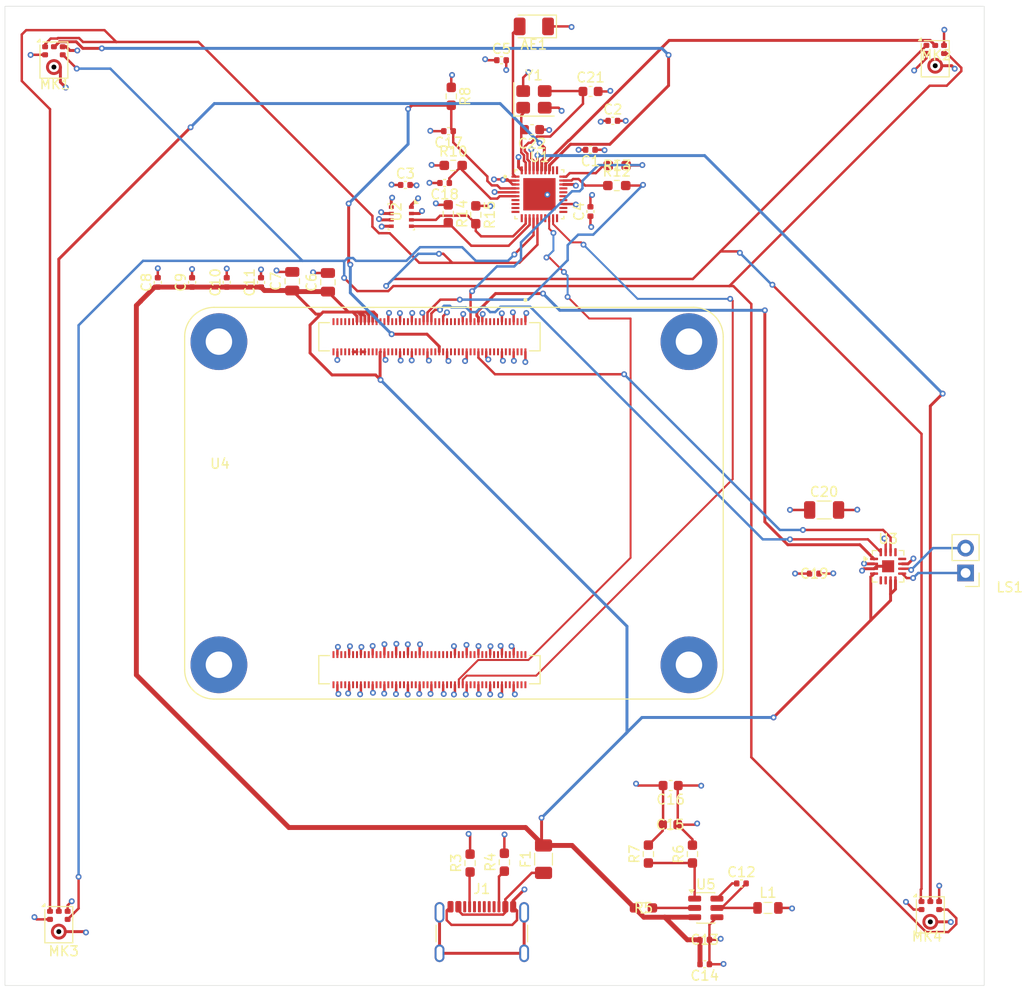
<source format=kicad_pcb>
(kicad_pcb (version 20241229) (generator "pcbnew") (generator_version "9.0")
  (layers (0 "F.Cu" signal) (4 "In1.Cu" signal "GND") (6 "In2.Cu" signal "PWR") (2 "B.Cu" signal) (13 "F.Paste" user) (15 "B.Paste" user) (5 "F.SilkS" user "F.Silkscreen") (7 "B.SilkS" user "B.Silkscreen") (1 "F.Mask" user) (3 "B.Mask" user) (25 "Edge.Cuts" user))
  (net 0 "")
  (net 1 "+3.3V")
  (net 2 "GND")
  (net 3 "+5V")
  (net 4 "Net-(U5-SW)")
  (net 5 "Net-(U5-BST)")
  (net 6 "/ESP_EN")
  (net 7 "/ESP_BOOT")
  (net 8 "Net-(F1-Pad1)")
  (net 10 "unconnected-(J1-SHIELD-PadS1)")
  (net 12 "Net-(J1-CC2)")
  (net 16 "Net-(J1-CC1)")
  (net 18 "Net-(U3-OUTP)")
  (net 19 "Net-(U3-OUTN)")
  (net 20 "/I2S_DATA0")
  (net 21 "/I2S_WS")
  (net 22 "/I2S_BCLK")
  (net 23 "/I2S_DATA1")
  (net 24 "Net-(U5-EN)")
  (net 25 "Net-(U5-FB)")
  (net 26 "Net-(U1-U0TXD{slash}GPIO16)")
  (net 27 "/ESP32_UART_TX")
  (net 28 "Net-(U1-U0RXD{slash}GPIO17)")
  (net 29 "/ESP32_UART_RX")
  (net 30 "/I2C_SCL")
  (net 31 "/I2C_SDA")
  (net 34 "/USB_D-")
  (net 36 "/I2S_DATA2")
  (net 38 "Net-(AE1-PCB_Trace)")
  (net 41 "Net-(U1-GPIO0{slash}XTAL_32K_P)")
  (net 42 "/I2S_DATA3")
  (net 44 "/USB_D+")
  (net 46 "Net-(U1-XTAL_N)")
  (net 56 "/SPKR_LRCLK")
  (net 58 "/SPKR_BCLK")
  (net 61 "/SPKR_DIN")
  (net 75 "CM5_1.8V(OUTPUT)")
  (net 83 "CM5_3.3V(OUTPUT)")
  (net 193 "Net-(U1-XTAL_P)")
  (footprint "Capacitor_SMD:C_0402_1005Metric" (layer "F.Cu") (at 239.46 121.8325 180)
    (property "Reference" "C14")
    (property "Value" "10uF")
  )
  (footprint "Capacitor_SMD:C_0402_1005Metric" (layer "F.Cu") (at 194.15 52.2 90)
    (property "Reference" "C11")
    (property "Value" "0.1uF")
  )
  (footprint "Capacitor_SMD:C_0402_1005Metric" (layer "F.Cu") (at 208.89 42.25)
    (property "Reference" "C3")
    (property "Value" "0.1uF")
  )
  (footprint "Sensor_Audio:Knowles_SPH0645LM4H-6_3.5x2.65mm" (layer "F.Cu") (at 262.5 116.79)
    (property "Reference" "MK4")
    (property "Value" "SPH0645LM4H")
  )
  (footprint "Resistor_SMD:R_0603_1608Metric_Pad0.98x0.95mm_HandSolder" (layer "F.Cu") (at 233.7075 110.58 90)
    (property "Reference" "R7")
    (property "Value" "30.1k")
  )
  (footprint "Capacitor_SMD:C_0402_1005Metric" (layer "F.Cu") (at 230.0775 35.7)
    (property "Reference" "C2")
    (property "Value" "0.1uF")
  )
  (footprint "Sensor_Audio:Knowles_SPH0645LM4H-6_3.5x2.65mm" (layer "F.Cu") (at 173.5 117.79)
    (property "Reference" "MK3")
    (property "Value" "SPH0645LM4H")
  )
  (footprint "Resistor_SMD:R_0603_1608Metric_Pad0.98x0.95mm_HandSolder" (layer "F.Cu") (at 213.27 45.1925 -90)
    (property "Reference" "R14")
    (property "Value" "4.7k")
  )
  (footprint "Resistor_SMD:R_0603_1608Metric_Pad0.98x0.95mm_HandSolder" (layer "F.Cu") (at 213.7775 40.255)
    (property "Reference" "R10")
    (property "Value" "10k")
  )
  (footprint "Connector_PinHeader_2.54mm:PinHeader_1x02_P2.54mm_Vertical" (layer "F.Cu") (at 266.1 81.875 180)
    (property "Reference" "LS1")
    (property "Value" "Speaker")
  )
  (footprint "Capacitor_SMD:C_0603_1608Metric" (layer "F.Cu") (at 227.8025 32.7)
    (property "Reference" "C21")
    (property "Value" "22pF")
  )
  (footprint "Capacitor_SMD:C_1206_3216Metric" (layer "F.Cu") (at 251.6525 75.44)
    (property "Reference" "C20")
    (property "Value" "220uF")
  )
  (footprint "Connector_USB:USB_C_Receptacle_GCT_USB4105-xx-A_16P_TopMnt_Horizontal" (layer "F.Cu") (at 216.7 119.64)
    (property "Reference" "J1")
    (property "Value" "USB_C_Receptacle_USB2.0_16P")
  )
  (footprint "Capacitor_SMD:C_0402_1005Metric" (layer "F.Cu") (at 212.9 42.05 180)
    (property "Reference" "C18")
    (property "Value" "0.1uF")
  )
  (footprint "Resistor_SMD:R_0603_1608Metric_Pad0.98x0.95mm_HandSolder" (layer "F.Cu") (at 219 111.4125 90)
    (property "Reference" "R4")
    (property "Value" "5.1k")
  )
  (footprint "Capacitor_SMD:C_0402_1005Metric" (layer "F.Cu") (at 218.71 29.51)
    (property "Reference" "C5")
    (property "Value" "10uF")
  )
  (footprint "Capacitor_SMD:C_0402_1005Metric" (layer "F.Cu") (at 250.6475 81.94)
    (property "Reference" "C19")
    (property "Value" "10uF")
  )
  (footprint "Resistor_SMD:R_0603_1608Metric_Pad0.98x0.95mm_HandSolder" (layer "F.Cu") (at 213.5775 33.2 -90)
    (property "Reference" "R8")
    (property "Value" "10k")
  )
  (footprint "Package_LGA:Bosch_LGA-8_2.5x2.5mm_P0.65mm_ClockwisePinNumbering" (layer "F.Cu") (at 208.48 45.49 -90)
    (property "Reference" "U2")
    (property "Value" "BME280")
  )
  (footprint "Resistor_SMD:R_0603_1608Metric_Pad0.98x0.95mm_HandSolder" (layer "F.Cu") (at 216.08 45.2975 -90)
    (property "Reference" "R15")
    (property "Value" "4.7k")
  )
  (footprint "Capacitor_SMD:C_0603_1608Metric" (layer "F.Cu") (at 235.9825 103.58 180)
    (property "Reference" "C16")
    (property "Value" "22uF")
  )
  (footprint "Resistor_SMD:R_0603_1608Metric_Pad0.98x0.95mm_HandSolder" (layer "F.Cu") (at 238.2075 110.58 90)
    (property "Reference" "R6")
    (property "Value" "100k")
  )
  (footprint "Sensor_Audio:Knowles_SPH0645LM4H-6_3.5x2.65mm" (layer "F.Cu") (at 173 29.5)
    (property "Reference" "MK1")
    (property "Value" "SPH0645LM4H")
  )
  (footprint "Capacitor_SMD:C_0402_1005Metric" (layer "F.Cu") (at 239.46 119.3325 180)
    (property "Reference" "C13")
    (property "Value" "10uF")
  )
  (footprint "Capacitor_SMD:C_0805_2012Metric" (layer "F.Cu") (at 197.34 52.08 90)
    (property "Reference" "C7")
    (property "Value" "100uF")
  )
  (footprint "Capacitor_SMD:C_0402_1005Metric" (layer "F.Cu") (at 243.2075 113.58)
    (property "Reference" "C12")
    (property "Value" "0.1uF")
  )
  (footprint "Resistor_SMD:R_0603_1608Metric_Pad0.98x0.95mm_HandSolder" (layer "F.Cu") (at 215.5 111.5 90)
    (property "Reference" "R3")
    (property "Value" "5.1k")
  )
  (footprint "Capacitor_SMD:C_0603_1608Metric" (layer "F.Cu") (at 235.9325 107.58 180)
    (property "Reference" "C15")
    (property "Value" "22uF")
  )
  (footprint "Capacitor_SMD:C_0603_1608Metric" (layer "F.Cu") (at 221.83 36.6 180)
    (property "Reference" "C22")
    (property "Value" "22pF")
  )
  (footprint "ESP32-C6:QFN40P500X500X90-41N" (layer "F.Cu") (at 222.5775 43.2)
    (property "Reference" "U1")
    (property "Value" "ESP32-C6")
  )
  (footprint "Capacitor_SMD:C_0402_1005Metric" (layer "F.Cu") (at 190.65 52.2 90)
    (property "Reference" "C10")
    (property "Value" "0.1uF")
  )
  (footprint "Resistor_SMD:R_0603_1608Metric_Pad0.98x0.95mm_HandSolder" (layer "F.Cu") (at 233.2075 116.08)
    (property "Reference" "R5")
    (property "Value" "10k")
  )
  (footprint "Package_DFN_QFN:TQFN-16-1EP_3x3mm_P0.5mm_EP1.23x1.23mm" (layer "F.Cu") (at 258.19 81.19)
    (property "Reference" "U3")
    (property "Value" "MAX98357A")
  )
  (footprint "Sensor_Audio:Knowles_SPH0645LM4H-6_3.5x2.65mm" (layer "F.Cu") (at 263 29.364)
    (property "Reference" "MK2")
    (property "Value" "SPH0645LM4H")
  )
  (footprint "Capacitor_SMD:C_0805_2012Metric" (layer "F.Cu") (at 200.98 52.19 90)
    (property "Reference" "C6")
    (property "Value" "100uF")
  )
  (footprint "RF_Antenna:Johanson_2450AT18x100" (layer "F.Cu") (at 222.01 26.06 180)
    (property "Reference" "AE1")
    (property "Value" "Antenna_Chip")
  )
  (footprint "Resistor_SMD:R_0603_1608Metric_Pad0.98x0.95mm_HandSolder" (layer "F.Cu") (at 230.5225 40.26)
    (property "Reference" "R13")
    (property "Value" "33")
  )
  (footprint "Capacitor_SMD:C_0402_1005Metric" (layer "F.Cu") (at 227.79 44.96 90)
    (property "Reference" "C4")
    (property "Value" "1uF")
  )
  (footprint "Fuse:Fuse_1206_3216Metric" (layer "F.Cu") (at 223 111.1 90)
    (property "Reference" "F1")
    (property "Value" "Fuse")
  )
  (footprint "Capacitor_SMD:C_0402_1005Metric" (layer "F.Cu") (at 183.61 52.2 90)
    (property "Reference" "C8")
    (property "Value" "10uF")
  )
  (footprint "Resistor_SMD:R_0603_1608Metric_Pad0.98x0.95mm_HandSolder" (layer "F.Cu") (at 230.48 42.31)
    (property "Reference" "R12")
    (property "Value" "33")
  )
  (footprint "Capacitor_SMD:C_0402_1005Metric" (layer "F.Cu") (at 213.2975 36.755 180)
    (property "Reference" "C17")
    (property "Value" "0.1uF")
  )
  (footprint "Package_TO_SOT_SMD:TSOT-23-6" (layer "F.Cu") (at 239.57 116.08)
    (property "Reference" "U5")
    (property "Value" "AP63205WU")
  )
  (footprint "CM5108032:MODULE_CM5108032" (layer "F.Cu") (at 213.85 74.75)
    (property "Reference" "U4")
    (property "Value" "CM5108032")
  )
  (footprint "Capacitor_SMD:C_0402_1005Metric" (layer "F.Cu") (at 187.11 52.2 90)
    (property "Reference" "C9")
    (property "Value" "10uF")
  )
  (footprint "Capacitor_SMD:C_0402_1005Metric" (layer "F.Cu") (at 227.78 38.66 180)
    (property "Reference" "C1")
    (property "Value" "0.1uF")
  )
  (footprint "Crystal:Crystal_SMD_3225-4Pin_3.2x2.5mm" (layer "F.Cu") (at 222.02 33.51)
    (property "Reference" "Y1")
    (property "Value" "Crystal_GND24")
  )
  (footprint "Inductor_SMD:L_0805_2012Metric" (layer "F.Cu") (at 245.92 116.08)
    (property "Reference" "L1")
    (property "Value" "4.7uH")
  )
  (gr_rect (start 168 24) (end 268 124) (stroke (width 0.05)) (fill no) (layer "Edge.Cuts"))
  (segment (start 212.15 44.28) (end 212 44.13) (width 0.25) (layer "F.Cu") (net 1))
  (segment (start 236.7075 107.58) (end 238.57 107.58) (width 0.25) (layer "F.Cu") (net 1))
  (segment (start 250.1675 81.94) (end 248.7 81.94) (width 0.25) (layer "F.Cu") (net 1))
  (segment (start 173.9 28.136) (end 174.255595 28.136) (width 0.3) (layer "F.Cu") (net 1))
  (segment (start 218.23 29.51) (end 217.14 29.51) (width 0.25) (layer "F.Cu") (net 1))
  (segment (start 217.525 44.385) (end 217.56 44.42) (width 0.25) (layer "F.Cu") (net 1))
  (segment (start 221.75 39.544595) (end 221.75 38.62) (width 0.25) (layer "F.Cu") (net 1))
  (segment (start 227.79 46.46) (end 227.87 46.54) (width 0.25) (layer "F.Cu") (net 1))
  (segment (start 226.18 42.2) (end 226.3 42.32) (width 0.3) (layer "F.Cu") (net 1))
  (segment (start 236.7575 103.58) (end 239.08 103.58) (width 0.25) (layer "F.Cu") (net 1))
  (segment (start 236.7075 103.63) (end 236.7575 103.58) (width 0.25) (layer "F.Cu") (net 1))
  (segment (start 220.1325 41.8) (end 218.94 41.8) (width 0.25) (layer "F.Cu") (net 1))
  (segment (start 238.57 107.58) (end 238.69 107.46) (width 0.25) (layer "F.Cu") (net 1))
  (segment (start 220.1325 43) (end 218.03 43) (width 0.25) (layer "F.Cu") (net 1))
  (segment (start 210.335 45.165) (end 210.59 44.91) (width 0.3) (layer "F.Cu") (net 1))
  (segment (start 216.08 44.385) (end 217.525 44.385) (width 0.25) (layer "F.Cu") (net 1))
  (segment (start 220.45 40.4275) (end 220.45 39.4) (width 0.3) (layer "F.Cu") (net 1))
  (segment (start 212.865 40.255) (end 211.625 40.255) (width 0.25) (layer "F.Cu") (net 1))
  (segment (start 248.33 116.08) (end 248.38 116.13) (width 0.25) (layer "F.Cu") (net 1))
  (segment (start 217.14 29.51) (end 217.04 29.41) (width 0.25) (layer "F.Cu") (net 1))
  (segment (start 213.5775 31.1025) (end 213.66 31.02) (width 0.25) (layer "F.Cu") (net 1))
  (segment (start 213.5775 32.2875) (end 213.5775 31.1025) (width 0.25) (layer "F.Cu") (net 1))
  (segment (start 225.0225 42.2) (end 226.18 42.2) (width 0.3) (layer "F.Cu") (net 1))
  (segment (start 246.7075 116.08) (end 248.33 116.08) (width 0.25) (layer "F.Cu") (net 1))
  (segment (start 206.285 45.815) (end 206.2 45.73) (width 0.3) (layer "F.Cu") (net 1))
  (segment (start 229.19 38.66) (end 229.23 38.7) (width 0.25) (layer "F.Cu") (net 1))
  (segment (start 238.2075 109.08) (end 236.7075 107.58) (width 0.25) (layer "F.Cu") (net 1))
  (segment (start 248.7 81.94) (end 248.69 81.93) (width 0.25) (layer "F.Cu") (net 1))
  (segment (start 174.255595 28.136) (end 174.639595 28.52) (width 0.3) (layer "F.Cu") (net 1))
  (segment (start 263.4 115.426) (end 263.4 113.82) (width 0.25) (layer "F.Cu") (net 1))
  (segment (start 207.455 44.515) (end 207.455 43.635) (width 0.3) (layer "F.Cu") (net 1))
  (segment (start 213.27 44.28) (end 212.15 44.28) (width 0.25) (layer "F.Cu") (net 1))
  (segment (start 209.505 45.165) (end 210.335 45.165) (width 0.3) (layer "F.Cu") (net 1))
  (segment (start 228.26 38.66) (end 229.19 38.66) (width 0.25) (layer "F.Cu") (net 1))
  (segment (start 230.5575 35.7) (end 231.39 35.7) (width 0.25) (layer "F.Cu") (net 1))
  (segment (start 236.7075 107.58) (end 236.7075 103.63) (width 0.25) (layer "F.Cu") (net 1))
  (segment (start 239.08 103.58) (end 239.1 103.6) (width 0.25) (layer "F.Cu") (net 1))
  (segment (start 211.625 40.255) (end 211.57 40.2) (width 0.25) (layer "F.Cu") (net 1))
  (segment (start 263.9 28) (end 263.9 26.43) (width 0.25) (layer "F.Cu") (net 1))
  (segment (start 225.0225 44.2) (end 226.25 44.2) (width 0.25) (layer "F.Cu") (net 1))
  (segment (start 219.8375 42.2) (end 219.3175 41.68) (width 0.25) (layer "F.Cu") (net 1))
  (segment (start 218.03 43) (end 218 42.97) (width 0.25) (layer "F.Cu") (net 1))
  (segment (start 263.4 113.82) (end 263.41 113.81) (width 0.25) (layer "F.Cu") (net 1))
  (segment (start 263.9 26.43) (end 263.93 26.4) (width 0.25) (layer "F.Cu") (net 1))
  (segment (start 174.639595 28.52) (end 175.39 28.52) (width 0.3) (layer "F.Cu") (net 1))
  (segment (start 208.41 42.25) (end 207.51 42.25) (width 0.25) (layer "F.Cu") (net 1))
  (segment (start 221.9775 39.772095) (end 221.75 39.544595) (width 0.25) (layer "F.Cu") (net 1))
  (segment (start 220.1325 42.2) (end 219.8375 42.2) (width 0.25) (layer "F.Cu") (net 1))
  (segment (start 250.1775 75.44) (end 248.18 75.44) (width 0.25) (layer "F.Cu") (net 1))
  (segment (start 226.25 44.2) (end 226.3 44.25) (width 0.25) (layer "F.Cu") (net 1))
  (segment (start 174.4 116.426) (end 174.4 115.82) (width 0.25) (layer "F.Cu") (net 1))
  (segment (start 227.79 45.44) (end 227.79 46.46) (width 0.25) (layer "F.Cu") (net 1))
  (segment (start 207.455 45.815) (end 206.285 45.815) (width 0.3) (layer "F.Cu") (net 1))
  (segment (start 207.455 43.635) (end 207.54 43.55) (width 0.3) (layer "F.Cu") (net 1))
  (segment (start 174.4 115.82) (end 174.82 115.4) (width 0.25) (layer "F.Cu") (net 1))
  (segment (start 218.94 41.8) (end 218.86 41.72) (width 0.25) (layer "F.Cu") (net 1))
  (segment (start 248.18 75.44) (end 248.17 75.43) (width 0.25) (layer "F.Cu") (net 1))
  (segment (start 207.51 42.25) (end 207.48 42.22) (width 0.25) (layer "F.Cu") (net 1))
  (segment (start 220.7775 40.755) (end 220.45 40.4275) (width 0.3) (layer "F.Cu") (net 1))
  (segment (start 219.3175 41.68) (end 217.94 41.68) (width 0.25) (layer "F.Cu") (net 1))
  (segment (start 238.2075 109.6675) (end 238.2075 109.08) (width 0.25) (layer "F.Cu") (net 1))
  (segment (start 221.9775 40.755) (end 221.9775 39.772095) (width 0.25) (layer "F.Cu") (net 1))
  (via (at 248.69 81.93) (size 0.6) (drill 0.3) (layers "F.Cu" "B.Cu") (net 1))
  (via (at 212 44.13) (size 0.6) (drill 0.3) (layers "F.Cu" "B.Cu") (net 1))
  (via (at 211.57 40.2) (size 0.6) (drill 0.3) (layers "F.Cu" "B.Cu") (net 1))
  (via (at 174.82 115.4) (size 0.6) (drill 0.3) (layers "F.Cu" "B.Cu") (net 1))
  (via (at 220.45 39.4) (size 0.6) (drill 0.3) (layers "F.Cu" "B.Cu") (net 1))
  (via (at 226.3 42.32) (size 0.6) (drill 0.3) (layers "F.Cu" "B.Cu") (net 1))
  (via (at 218.86 41.72) (size 0.6) (drill 0.3) (layers "F.Cu" "B.Cu") (net 1))
  (via (at 248.38 116.13) (size 0.6) (drill 0.3) (layers "F.Cu" "B.Cu") (net 1))
  (via (at 210.59 44.91) (size 0.6) (drill 0.3) (layers "F.Cu" "B.Cu") (net 1))
  (via (at 263.41 113.81) (size 0.6) (drill 0.3) (layers "F.Cu" "B.Cu") (net 1))
  (via (at 226.3 44.25) (size 0.6) (drill 0.3) (layers "F.Cu" "B.Cu") (net 1))
  (via (at 229.23 38.7) (size 0.6) (drill 0.3) (layers "F.Cu" "B.Cu") (net 1))
  (via (at 227.87 46.54) (size 0.6) (drill 0.3) (layers "F.Cu" "B.Cu") (net 1))
  (via (at 217.04 29.41) (size 0.6) (drill 0.3) (layers "F.Cu" "B.Cu") (net 1))
  (via (at 217.94 41.68) (size 0.6) (drill 0.3) (layers "F.Cu" "B.Cu") (net 1))
  (via (at 207.54 43.55) (size 0.6) (drill 0.3) (layers "F.Cu" "B.Cu") (net 1))
  (via (at 231.39 35.7) (size 0.6) (drill 0.3) (layers "F.Cu" "B.Cu") (net 1))
  (via (at 217.56 44.42) (size 0.6) (drill 0.3) (layers "F.Cu" "B.Cu") (net 1))
  (via (at 218 42.97) (size 0.6) (drill 0.3) (layers "F.Cu" "B.Cu") (net 1))
  (via (at 238.69 107.46) (size 0.6) (drill 0.3) (layers "F.Cu" "B.Cu") (net 1))
  (via (at 206.2 45.73) (size 0.6) (drill 0.3) (layers "F.Cu" "B.Cu") (net 1))
  (via (at 248.17 75.43) (size 0.6) (drill 0.3) (layers "F.Cu" "B.Cu") (net 1))
  (via (at 207.48 42.22) (size 0.6) (drill 0.3) (layers "F.Cu" "B.Cu") (net 1))
  (via (at 175.39 28.52) (size 0.6) (drill 0.3) (layers "F.Cu" "B.Cu") (net 1))
  (via (at 221.75 38.62) (size 0.6) (drill 0.3) (layers "F.Cu" "B.Cu") (net 1))
  (via (at 239.1 103.6) (size 0.6) (drill 0.3) (layers "F.Cu" "B.Cu") (net 1))
  (via (at 263.93 26.4) (size 0.6) (drill 0.3) (layers "F.Cu" "B.Cu") (net 1))
  (via (at 213.66 31.02) (size 0.6) (drill 0.3) (layers "F.Cu" "B.Cu") (net 1))
  (segment (start 219.95 56.21) (end 219.95 55.34) (width 0.25) (layer "F.Cu") (net 2))
  (segment (start 209.505 44.515) (end 209.505 44.295) (width 0.3) (layer "F.Cu") (net 2))
  (segment (start 205.55 90.21) (end 205.55 89.33) (width 0.25) (layer "F.Cu") (net 2))
  (segment (start 210.35 94.18) (end 210.31 94.22) (width 0.25) (layer "F.Cu") (net 2))
  (segment (start 225.8 26.06) (end 225.86 26.12) (width 0.25) (layer "F.Cu") (net 2))
  (segment (start 209.15 89.17) (end 209.14 89.16) (width 0.25) (layer "F.Cu") (net 2))
  (segment (start 219.95 59.29) (end 219.95 60.19) (width 0.25) (layer "F.Cu") (net 2))
  (segment (start 201.95 89.47) (end 202 89.42) (width 0.25) (layer "F.Cu") (net 2))
  (segment (start 212.42 42.05) (end 211.37 42.05) (width 0.25) (layer "F.Cu") (net 2))
  (segment (start 201.95 93.29) (end 201.95 94.13) (width 0.25) (layer "F.Cu") (net 2))
  (segment (start 214.75 56.21) (end 214.75 55.48) (width 0.25) (layer "F.Cu") (net 2))
  (segment (start 256.7525 81.44) (end 255.73 81.44) (width 0.3) (layer "F.Cu") (net 2))
  (segment (start 210.35 89.2) (end 210.39 89.16) (width 0.25) (layer "F.Cu") (net 2))
  (segment (start 219.19 29.51) (end 219.19 30.51) (width 0.25) (layer "F.Cu") (net 2))
  (segment (start 218.75 94.22) (end 218.62 94.35) (width 0.25) (layer "F.Cu") (net 2))
  (segment (start 223.5375 36.6) (end 223.5775 36.64) (width 0.25) (layer "F.Cu") (net 2))
  (segment (start 215.15 89.24) (end 215.13 89.22) (width 0.25) (layer "F.Cu") (net 2))
  (segment (start 213.95 90.21) (end 213.95 89.45) (width 0.25) (layer "F.Cu") (net 2))
  (segment (start 215.5 110.5875) (end 215.5 108.67) (width 0.25) (layer "F.Cu") (net 2))
  (segment (start 220.92 32.66) (end 220.92 31.29) (width 0.25) (layer "F.Cu") (net 2))
  (segment (start 190.65 51.72) (end 190.65 50.79) (width 0.25) (layer "F.Cu") (net 2))
  (segment (start 221.15 55.42) (end 221.24 55.33) (width 0.25) (layer "F.Cu") (net 2))
  (segment (start 256.7525 80.94) (end 255.75 80.94) (width 0.3) (layer "F.Cu") (net 2))
  (segment (start 262.1 28.822) (end 262.1 29.31) (width 0.25) (layer "F.Cu") (net 2))
  (segment (start 223.46 26.06) (end 225.8 26.06) (width 0.25) (layer "F.Cu") (net 2))
  (segment (start 241.3475 121.8325) (end 241.38 121.8) (width 0.25) (layer "F.Cu") (net 2))
  (segment (start 194.15 51.72) (end 194.15 50.88) (width 0.25) (layer "F.Cu") (net 2))
  (segment (start 208.35 55.36) (end 208.33 55.34) (width 0.25) (layer "F.Cu") (net 2))
  (segment (start 199.54 51.24) (end 199.47 51.17) (width 0.25) (layer "F.Cu") (net 2))
  (segment (start 216.35 89.35) (end 216.36 89.34) (width 0.25) (layer "F.Cu") (net 2))
  (segment (start 206.75 60) (end 206.86 60.11) (width 0.25) (layer "F.Cu") (net 2))
  (segment (start 210.35 93.29) (end 210.35 94.18) (width 0.25) (layer "F.Cu") (net 2))
  (segment (start 195.88 51.13) (end 195.73 50.98) (width 0.25) (layer "F.Cu") (net 2))
  (segment (start 209.55 55.37) (end 209.59 55.33) (width 0.25) (layer "F.Cu") (net 2))
  (segment (start 170.632 28.958) (end 170.62 28.97) (width 0.25) (layer "F.Cu") (net 2))
  (segment (start 216.75 55.47) (end 216.79 55.43) (width 0.25) (layer "F.Cu") (net 2))
  (segment (start 255.73 81.44) (end 255.53 81.64) (width 0.3) (layer "F.Cu") (net 2))
  (segment (start 205.55 94.08) (end 205.58 94.11) (width 0.25) (layer "F.Cu") (net 2))
  (segment (start 211.15 59.29) (end 211.15 60.04) (width 0.25) (layer "F.Cu") (net 2))
  (segment (start 218.75 59.29) (end 218.75 60.1) (width 0.25) (layer "F.Cu") (net 2))
  (segment (start 206.555 45.165) (end 206.42 45.03) (width 0.3) (layer "F.Cu") (net 2))
  (segment (start 207.95 94.22) (end 207.93 94.24) (width 0.25) (layer "F.Cu") (net 2))
  (segment (start 223.35 43.2) (end 223.39 43.24) (width 0.3) (layer "F.Cu") (net 2))
  (segment (start 203.15 89.44) (end 203.23 89.36) (width 0.25) (layer "F.Cu") (net 2))
  (segment (start 221.15 59.29) (end 221.15 60.32) (width 0.25) (layer "F.Cu") (net 2))
  (segment (start 260.798 116.248) (end 260.01 115.46) (width 0.25) (layer "F.Cu") (net 2))
  (segment (start 208.35 56.21) (end 208.35 55.36) (width 0.25) (layer "F.Cu") (net 2))
  (segment (start 258.19 81.19) (end 257.0025 81.19) (width 0.3) (layer "F.Cu") (net 2))
  (segment (start 218.75 55.37) (end 218.74 55.36) (width 0.25) (layer "F.Cu") (net 2))
  (segment (start 201.95 94.13) (end 202.05 94.23) (width 0.25) (layer "F.Cu") (net 2))
  (segment (start 209.15 94.26) (end 209.13 94.28) (width 0.25) (layer "F.Cu") (net 2))
  (segment (start 260.23 80.94) (end 260.77 80.4) (width 0.3) (layer "F.Cu") (net 2))
  (segment (start 208.35 59.29) (end 208.35 60.11) (width 0.25) (layer "F.Cu") (net 2))
  (segment (start 203.15 94.07) (end 203.05 94.17) (width 0.25) (layer "F.Cu") (net 2))
  (segment (start 222.5775 43.2) (end 223.35 43.2) (width 0.3) (layer "F.Cu") (net 2))
  (segment (start 262.1 29.31) (end 260.85 30.56) (width 0.25) (layer "F.Cu") (net 2))
  (segment (start 212.75 55.65) (end 213.14 55.26) (width 0.25) (layer "F.Cu") (net 2))
  (segment (start 216.35 90.21) (end 216.35 89.35) (width 0.25) (layer "F.Cu") (net 2))
  (segment (start 204.35 89.48) (end 204.4 89.43) (width 0.25) (layer "F.Cu") (net 2))
  (segment (start 227.79 44.48) (end 227.79 43.44) (width 0.25) (layer "F.Cu") (net 2))
  (segment (start 229.76 32.7) (end 229.82 32.64) (width 0.25) (layer "F.Cu") (net 2))
  (segment (start 183.61 51.72) (end 183.61 50.76) (width 0.25) (layer "F.Cu") (net 2))
  (segment (start 207.15 55.39) (end 207.22 55.32) (width 0.25) (layer "F.Cu") (net 2))
  (segment (start 187.11 51.72) (end 187.11 50.84) (width 0.25) (layer "F.Cu") (net 2))
  (segment (start 255.75 80.94) (end 255.73 80.92) (width 0.3) (layer "F.Cu") (net 2))
  (segment (start 212.75 94.17) (end 212.81 94.23) (width 0.25) (layer "F.Cu") (net 2))
  (segment (start 213.109 116.351) (end 213.109 117.325364) (width 0.25) (layer "F.Cu") (net 2))
  (segment (start 232.64 103.58) (end 232.45 103.39) (width 0.25) (layer "F.Cu") (net 2))
  (segment (start 227.79 43.44) (end 227.96 43.27) (width 0.25) (layer "F.Cu") (net 2))
  (segment (start 235.1575 107.58) (end 235.1575 108.2175) (width 0.25) (layer "F.Cu") (net 2))
  (segment (start 220.29 117.326364) (end 220.29 116.35) (width 0.25) (layer "F.Cu") (net 2))
  (segment (start 205.55 93.29) (end 205.55 94.08) (width 0.25) (layer "F.Cu") (net 2))
  (segment (start 201.95 59.29) (end 201.95 60.11) (width 0.25) (layer "F.Cu") (net 2))
  (segment (start 176.19 118.5) (end 176.27 118.58) (width 0.3) (layer "F.Cu") (net 2))
  (segment (start 209.15 90.21) (end 209.15 89.17) (width 0.25) (layer "F.Cu") (net 2))
  (segment (start 211.55 93.29) (end 211.55 94.13) (width 0.25) (layer "F.Cu") (net 2))
  (segment (start 213.15 60.08) (end 213.29 60.22) (width 0.25) (layer "F.Cu") (net 2))
  (segment (start 201.95 60.11) (end 201.94 60.12) (width 0.25) (layer "F.Cu") (net 2))
  (segment (start 213.15 59.29) (end 213.15 60.08) (width 0.25) (layer "F.Cu") (net 2))
  (segment (start 216.35 94.21) (end 216.39 94.25) (width 0.25) (layer "F.Cu") (net 2))
  (segment (start 218.75 90.21) (end 218.75 89.45) (width 0.25) (layer "F.Cu") (net 2))
  (segment (start 203.15 90.21) (end 203.15 89.44) (width 0.25) (layer "F.Cu") (net 2))
  (segment (start 218.75 60.1) (end 218.85 60.2) (width 0.25) (layer "F.Cu") (net 2))
  (segment (start 207.95 89.13) (end 207.97 89.11) (width 0.25) (layer "F.Cu") (net 2))
  (segment (start 235.2075 103.58) (end 232.64 103.58) (width 0.25) (layer "F.Cu") (net 2))
  (segment (start 253.1275 75.44) (end 255.01 75.44) (width 0.25) (layer "F.Cu") (net 2))
  (segment (start 204.35 94.18) (end 204.27 94.26) (width 0.25) (layer "F.Cu") (net 2))
  (segment (start 173.662 30.21) (end 173.662 31.752) (width 0.3) (layer "F.Cu") (net 2))
  (segment (start 209.99 42.25) (end 210.03 42.29) (width 0.25) (layer "F.Cu") (net 2))
  (segment (start 240.9875 119.3325) (end 241.09 119.23) (width 0.25) (layer "F.Cu") (net 2))
  (segment (start 209.37 42.25) (end 209.99 42.25) (width 0.25) (layer "F.Cu") (net 2))
  (segment (start 235.2075 107.53) (end 235.1575 107.58) (width 0.25) (layer "F.Cu") (net 2))
  (segment (start 213.109 117.325364) (end 213.594636 117.811) (width 0.25) (layer "F.Cu") (net 2))
  (segment (start 211.55 94.13) (end 211.46 94.22) (width 0.25) (layer "F.Cu") (net 2))
  (segment (start 216.75 56.21) (end 216.75 55.47) (width 0.25) (layer "F.Cu") (net 2))
  (segment (start 219.95 55.34) (end 219.87 55.26) (width 0.25) (layer "F.Cu") (net 2))
  (segment (start 239.94 119.3325) (end 240.9875 119.3325) (width 0.25) (layer "F.Cu") (net 2))
  (segment (start 217.55 89.39) (end 217.58 89.36) (width 0.25) (layer "F.Cu") (net 2))
  (segment (start 240.7075 117.03) (end 239.94 117.7975) (width 0.25) (layer "F.Cu") (net 2))
  (segment (start 212.75 93.29) (end 212.75 94.17) (width 0.25) (layer "F.Cu") (net 2))
  (segment (start 215.15 60.07) (end 214.99 60.23) (width 0.25) (layer "F.Cu") (net 2))
  (segment (start 209.55 60.15) (end 209.54 60.16) (width 0.25) (layer "F.Cu") (net 2))
  (segment (start 219.9 115.96) (end 219.9 115.34) (width 0.3) (layer "F.Cu") (net 2))
  (segment (start 206.75 90.21) (end 206.75 89.15) (width 0.25) (layer "F.Cu") (net 2))
  (segment (start 219.95 60.19) (end 219.97 60.21) (width 0.25) (layer "F.Cu") (net 2))
  (segment (start 217.55 93.29) (end 217.55 94.26) (width 0.25) (layer "F.Cu") (net 2))
  (segment (start 171.238 117.248) (end 171.01 117.02) (width 0.25) (layer "F.Cu") (net 2))
  (segment (start 227.3 38.66) (end 226.58 38.66) (width 0.25) (layer "F.Cu") (net 2))
  (segment (start 173.662 31.752) (end 174.21 32.3) (width 0.3) (layer "F.Cu") (net 2))
  (segment (start 235.2075 103.58) (end 235.2075 107.53) (width 0.25) (layer "F.Cu") (net 2))
  (segment (start 218.75 93.29) (end 218.75 94.22) (width 0.25) (layer "F.Cu") (net 2))
  (segment (start 213.594636 117.811) (end 219.805364 117.811) (width 0.25) (layer "F.Cu") (net 2))
  (segment (start 204.35 90.21) (end 204.35 89.48) (width 0.25) (layer "F.Cu") (net 2))
  (segment (start 215.15 94.18) (end 215.06 94.27) (width 0.25) (layer "F.Cu") (net 2))
  (segment (start 261.6 116.248) (end 260.798 116.248) (width 0.25) (layer "F.Cu") (net 2))
  (segment (start 219.95 89.57) (end 219.73 89.35) (width 0.25) (layer "F.Cu") (net 2))
  (segment (start 210.35 90.21) (end 210.35 89.2) (width 0.25) (layer "F.Cu") (net 2))
  (segment (start 220.92 31.29) (end 221.47 30.74) (width 0.25) (layer "F.Cu") (net 2))
  (segment (start 264.684 30.074) (end 264.99 30.38) (width 0.3) (layer "F.Cu") (net 2))
  (segment (start 239.94 121.8325) (end 241.3475 121.8325) (width 0.25) (layer "F.Cu") (net 2))
  (segment (start 206.75 59.29) (end 206.75 60) (width 0.25) (layer "F.Cu") (net 2))
  (segment (start 219 108.6) (end 219.02 108.58) (width 0.25) (layer "F.Cu") (net 2))
  (segment (start 257.0025 81.19) (end 256.7525 81.44) (width 0.3) (layer "F.Cu") (net 2))
  (segment (start 211.475 36.755) (end 211.44 36.72) (width 0.25) (layer "F.Cu") (net 2))
  (segment (start 263.662 30.074) (end 264.684 30.074) (width 0.3) (layer "F.Cu") (net 2))
  (segment (start 211.37 42.05) (end 211.35 42.03) (width 0.25) (layer "F.Cu") (net 2))
  (segment (start 221.15 60.32) (end 221.14 60.33) (width 0.25) (layer "F.Cu") (net 2))
  (segment (start 204.35 93.29) (end 204.35 94.18) (width 0.25) (layer "F.Cu") (net 2))
  (segment (start 263.162 117.5) (end 264.57 117.5) (width 0.3) (layer "F.Cu") (net 2))
  (segment (start 209.505 44.295) (end 210.19 43.61) (width 0.3) (layer "F.Cu") (net 2))
  (segment (start 223.12 34.36) (end 224.53 34.36) (width 0.25) (layer "F.Cu") (net 2))
  (segment (start 257.94 79.7525) (end 257.94 78.49) (width 0.25) (layer "F.Cu") (net 2))
  (segment (start 212.8175 36.755) (end 211.475 36.755) (width 0.25) (layer "F.Cu") (net 2))
  (segment (start 208.35 60.11) (end 208.41 60.17) (width 0.25) (layer "F.Cu") (net 2))
  (segment (start 215.15 59.29) (end 215.15 60.07) (width 0.25) (layer "F.Cu") (net 2))
  (segment (start 217.15 59.29) (end 217.15 59.86) (width 0.25) (layer "F.Cu") (net 2))
  (segment (start 201.95 90.21) (end 201.95 89.47) (width 0.25) (layer "F.Cu") (net 2))
  (segment (start 210.75 56.21) (end 210.75 55.44) (width 0.25) (layer "F.Cu") (net 2))
  (segment (start 197.34 51.13) (end 195.88 51.13) (width 0.25) (layer "F.Cu") (net 2))
  (segment (start 207.15 56.21) (end 207.15 55.39) (width 0.25) (layer "F.Cu") (net 2))
  (segment (start 200.98 51.24) (end 199.54 51.24) (width 0.25) (layer "F.Cu") (net 2))
  (segment (start 228.5775 32.7) (end 229.76 32.7) (width 0.25) (layer "F.Cu") (net 2))
  (segment (start 207.455 46.465) (end 206.505 46.465) (width 0.3) (layer "F.Cu") (net 2))
  (segment (start 259.6275 80.94) (end 260.23 80.94) (width 0.3) (layer "F.Cu") (net 2))
  (segment (start 219.95 93.29) (end 219.95 94.14) (width 0.25) (layer "F.Cu") (net 2))
  (segment (start 207.95 90.21) (end 207.95 89.13) (width 0.25) (layer "F.Cu") (net 2))
  (segment (start 219 110.5) (end 219 108.6) (width 0.25) (layer "F.Cu") (net 2))
  (segment (start 213.95 93.29) (end 213.95 94.18) (width 0.25) (layer "F.Cu") (net 2))
  (segment (start 218.75 89.45) (end 218.62 89.32) (width 0.25) (layer "F.Cu") (net 2))
  (segment (start 213.5 115.96) (end 213.109 116.351) (width 0.25) (layer "F.Cu") (net 2))
  (segment (start 203.15 93.29) (end 203.15 94.07) (width 0.25) (layer "F.Cu") (net 2))
  (segment (start 217.55 90.21) (end 217.55 89.39) (width 0.25) (layer "F.Cu") (net 2))
  (segment (start 216.35 93.29) (end 216.35 94.21) (width 0.25) (layer "F.Cu") (net 2))
  (segment (start 212.75 56.21) (end 212.75 55.65) (width 0.25) (layer "F.Cu") (net 2))
  (segment (start 264.57 117.5) (end 264.59 117.52) (width 0.3) (layer "F.Cu") (net 2))
  (segment (start 172.1 28.958) (end 170.632 28.958) (width 0.25) (layer "F.Cu") (net 2))
  (segment (start 213.95 89.45) (end 213.85 89.35) (width 0.25) (layer "F.Cu") (net 2))
  (segment (start 222.605 36.6) (end 223.5375 36.6) (width 0.25) (layer "F.Cu") (net 2))
  (segment (start 252.56 81.94) (end 252.59 81.91) (width 0.25) (layer "F.Cu") (net 2))
  (segment (start 206.505 46.465) (end 206.47 46.5) (width 0.3) (layer "F.Cu") (net 2))
  (segment (start 219.95 90.21) (end 219.95 89.57) (width 0.25) (layer "F.Cu") (net 2))
  (segment (start 209.55 59.29) (end 209.55 60.15) (width 0.25) (layer "F.Cu") (net 2))
  (segment (start 219.9 115.34) (end 221.05 114.19) (width 0.3) (layer "F.Cu") (net 2))
  (segment (start 229.5975 35.7) (end 228.93 35.7) (width 0.25) (layer "F.Cu") (net 2))
  (segment (start 174.162 118.5) (end 176.19 118.5) (width 0.3) (layer "F.Cu") (net 2))
  (segment (start 224.53 34.36) (end 224.85 34.68) (width 0.25) (layer "F.Cu") (net 2))
  (segment (start 255.01 75.44) (end 255.04 75.41) (width 0.25) (layer "F.Cu") (net 2))
  (segment (start 220.29 116.35) (end 219.9 115.96) (width 0.25) (layer "F.Cu") (net 2))
  (segment (start 209.15 93.29) (end 209.15 94.26) (width 0.25) (layer "F.Cu") (net 2))
  (segment (start 213.95 94.18) (end 213.85 94.28) (width 0.25) (layer "F.Cu") (net 2))
  (segment (start 207.95 93.29) (end 207.95 94.22) (width 0.25) (layer "F.Cu") (net 2))
  (segment (start 251.1275 81.94) (end 252.56 81.94) (width 0.25) (layer "F.Cu") (net 2))
  (segment (start 228.93 35.7) (end 228.84 35.79) (width 0.25) (layer "F.Cu") (net 2))
  (segment (start 218.75 56.21) (end 218.75 55.37) (width 0.25) (layer "F.Cu") (net 2))
  (segment (start 239.94 117.7975) (end 239.94 119.3325) (width 0.25) (layer "F.Cu") (net 2))
  (segment (start 215.15 90.21) (end 215.15 89.24) (width 0.25) (layer "F.Cu") (net 2))
  (segment (start 221.15 56.21) (end 221.15 55.42) (width 0.25) (layer "F.Cu") (net 2))
  (segment (start 172.6 117.248) (end 171.238 117.248) (width 0.25) (layer "F.Cu") (net 2))
  (segment (start 219.805364 117.811) (end 220.29 117.326364) (width 0.25) (layer "F.Cu") (net 2))
  (segment (start 206.75 93.29) (end 206.75 94.17) (width 0.25) (layer "F.Cu") (net 2))
  (segment (start 210.75 55.44) (end 210.62 55.31) (width 0.25) (layer "F.Cu") (net 2))
  (segment (start 217.15 59.86) (end 217.36 60.07) (width 0.25) (layer "F.Cu") (net 2))
  (segment (start 214.75 55.48) (end 214.8 55.43) (width 0.25) (layer "F.Cu") (net 2))
  (segment (start 239.94 119.3325) (end 239.94 121.8325) (width 0.25) (layer "F.Cu") (net 2))
  (segment (start 209.55 56.21) (end 209.55 55.37) (width 0.25) (layer "F.Cu") (net 2))
  (segment (start 235.1575 108.2175) (end 233.7075 109.6675) (width 0.25) (layer "F.Cu") (net 2))
  (segment (start 211.15 60.04) (end 211.29 60.18) (width 0.25) (layer "F.Cu") (net 2))
  (segment (start 206.75 94.17) (end 206.73 94.19) (width 0.25) (layer "F.Cu") (net 2))
  (segment (start 219.95 94.14) (end 220.07 94.26) (width 0.25) (layer "F.Cu") (net 2))
  (segment (start 257.94 78.49) (end 257.8 78.35) (width 0.25) (layer "F.Cu") (net 2))
  (segment (start 207.455 45.165) (end 206.555 45.165) (width 0.3) (layer "F.Cu") (net 2))
  (segment (start 215.15 93.29) (end 215.15 94.18) (width 0.25) (layer "F.Cu") (net 2))
  (via (at 217.36 60.07) (size 0.6) (drill 0.3) (layers "F.Cu" "B.Cu") (net 2))
  (via (at 218.62 89.32) (size 0.6) (drill 0.3) (layers "F.Cu" "B.Cu") (net 2))
  (via (at 213.85 94.28) (size 0.6) (drill 0.3) (layers "F.Cu" "B.Cu") (net 2))
  (via (at 217.55 94.26) (size 0.6) (drill 0.3) (layers "F.Cu" "B.Cu") (net 2))
  (via (at 210.31 94.22) (size 0.6) (drill 0.3) (layers "F.Cu" "B.Cu") (net 2))
  (via (at 255.73 80.92) (size 0.6) (drill 0.3) (layers "F.Cu" "B.Cu") (net 2))
  (via (at 204.4 89.43) (size 0.6) (drill 0.3) (layers "F.Cu" "B.Cu") (net 2))
  (via (at 207.93 94.24) (size 0.6) (drill 0.3) (layers "F.Cu" "B.Cu") (net 2))
  (via (at 218.74 55.36) (size 0.6) (drill 0.3) (layers "F.Cu" "B.Cu") (net 2))
  (via (at 174.21 32.3) (size 0.6) (drill 0.3) (layers "F.Cu" "B.Cu") (net 2))
  (via (at 232.45 103.39) (size 0.6) (drill 0.3) (layers "F.Cu" "B.Cu") (net 2))
  (via (at 219.97 60.21) (size 0.6) (drill 0.3) (layers "F.Cu" "B.Cu") (net 2))
  (via (at 219.02 108.58) (size 0.6) (drill 0.3) (layers "F.Cu" "B.Cu") (net 2))
  (via (at 199.47 51.17) (size 0.6) (drill 0.3) (layers "F.Cu" "B.Cu") (net 2))
  (via (at 206.75 89.15) (size 0.6) (drill 0.3) (layers "F.Cu" "B.Cu") (net 2))
  (via (at 171.01 117.02) (size 0.6) (drill 0.3) (layers "F.Cu" "B.Cu") (net 2))
  (via (at 209.13 94.28) (size 0.6) (drill 0.3) (layers "F.Cu" "B.Cu") (net 2))
  (via (at 260.85 30.56) (size 0.6) (drill 0.3) (layers "F.Cu" "B.Cu") (net 2))
  (via (at 211.35 42.03) (size 0.6) (drill 0.3) (layers "F.Cu" "B.Cu") (net 2))
  (via (at 210.39 89.16) (size 0.6) (drill 0.3) (layers "F.Cu" "B.Cu") (net 2))
  (via (at 225.86 26.12) (size 0.6) (drill 0.3) (layers "F.Cu" "B.Cu") (net 2))
  (via (at 264.59 117.52) (size 0.6) (drill 0.3) (layers "F.Cu" "B.Cu") (net 2))
  (via (at 255.04 75.41) (size 0.6) (drill 0.3) (layers "F.Cu" "B.Cu") (net 2))
  (via (at 183.61 50.76) (size 0.6) (drill 0.3) (layers "F.Cu" "B.Cu") (net 2))
  (via (at 207.97 89.11) (size 0.6) (drill 0.3) (layers "F.Cu" "B.Cu") (net 2))
  (via (at 210.03 42.29) (size 0.6) (drill 0.3) (layers "F.Cu" "B.Cu") (net 2))
  (via (at 223.5775 36.64) (size 0.6) (drill 0.3) (layers "F.Cu" "B.Cu") (net 2))
  (via (at 206.42 45.03) (size 0.6) (drill 0.3) (layers "F.Cu" "B.Cu") (net 2))
  (via (at 219.19 30.51) (size 0.6) (drill 0.3) (layers "F.Cu" "B.Cu") (net 2))
  (via (at 260.01 115.46) (size 0.6) (drill 0.3) (layers "F.Cu" "B.Cu") (net 2))
  (via (at 255.53 81.64) (size 0.6) (drill 0.3) (layers "F.Cu" "B.Cu") (net 2))
  (via (at 208.41 60.17) (size 0.6) (drill 0.3) (layers "F.Cu" "B.Cu") (net 2))
  (via (at 201.94 60.12) (size 0.6) (drill 0.3) (layers "F.Cu" "B.Cu") (net 2))
  (via (at 210.19 43.61) (size 0.6) (drill 0.3) (layers "F.Cu" "B.Cu") (net 2))
  (via (at 221.24 55.33) (size 0.6) (drill 0.3) (layers "F.Cu" "B.Cu") (net 2))
  (via (at 226.58 38.66) (size 0.6) (drill 0.3) (layers "F.Cu" "B.Cu") (net 2))
  (via (at 214.99 60.23) (size 0.6) (drill 0.3) (layers "F.Cu" "B.Cu") (net 2))
  (via (at 176.27 118.58) (size 0.6) (drill 0.3) (layers "F.Cu" "B.Cu") (net 2))
  (via (at 264.99 30.38) (size 0.6) (drill 0.3) (layers "F.Cu" "B.Cu") (net 2))
  (via (at 218.62 94.35) (size 0.6) (drill 0.3) (layers "F.Cu" "B.Cu") (net 2))
  (via (at 217.58 89.36) (size 0.6) (drill 0.3) (layers "F.Cu" "B.Cu") (net 2))
  (via (at 212.81 94.23) (size 0.6) (drill 0.3) (layers "F.Cu" "B.Cu") (net 2))
  (via (at 194.15 50.88) (size 0.6) (drill 0.3) (layers "F.Cu" "B.Cu") (net 2))
  (via (at 202 89.42) (size 0.6) (drill 0.3) (layers "F.Cu" "B.Cu") (net 2))
  (via (at 209.59 55.33) (size 0.6) (drill 0.3) (layers "F.Cu" "B.Cu") (net 2))
  (via (at 190.65 50.79) (size 0.6) (drill 0.3) (layers "F.Cu" "B.Cu") (net 2))
  (via (at 213.85 89.35) (size 0.6) (drill 0.3) (layers "F.Cu" "B.Cu") (net 2))
  (via (at 224.85 34.68) (size 0.6) (drill 0.3) (layers "F.Cu" "B.Cu") (net 2))
  (via (at 202.05 94.23) (size 0.6) (drill 0.3) (layers "F.Cu" "B.Cu") (net 2))
  (via (at 215.35 108.52) (size 0.6) (drill 0.3) (layers "F.Cu" "B.Cu") (net 2))
  (via (at 208.33 55.34) (size 0.6) (drill 0.3) (layers "F.Cu" "B.Cu") (net 2))
  (via (at 211.46 94.22) (size 0.6) (drill 0.3) (layers "F.Cu" "B.Cu") (net 2))
  (via (at 187.11 50.84) (size 0.6) (drill 0.3) (layers "F.Cu" "B.Cu") (net 2))
  (via (at 209.14 89.16) (size 0.6) (drill 0.3) (layers "F.Cu" "B.Cu") (net 2))
  (via (at 221.05 114.19) (size 0.6) (drill 0.3) (layers "F.Cu" "B.Cu") (net 2))
  (via (at 220.07 94.26) (size 0.6) (drill 0.3) (layers "F.Cu" "B.Cu") (net 2))
  (via (at 215.13 89.22) (size 0.6) (drill 0.3) (layers "F.Cu" "B.Cu") (net 2))
  (via (at 203.05 94.17) (size 0.6) (drill 0.3) (layers "F.Cu" "B.Cu") (net 2))
  (via (at 215.06 94.27) (size 0.6) (drill 0.3) (layers "F.Cu" "B.Cu") (net 2))
  (via (at 209.54 60.16) (size 0.6) (drill 0.3) (layers "F.Cu" "B.Cu") (net 2))
  (via (at 206.73 94.19) (size 0.6) (drill 0.3) (layers "F.Cu" "B.Cu") (net 2))
  (via (at 213.29 60.22) (size 0.6) (drill 0.3) (layers "F.Cu" "B.Cu") (net 2))
  (via (at 206.47 46.5) (size 0.6) (drill 0.3) (layers "F.Cu" "B.Cu") (net 2))
  (via (at 221.14 60.33) (size 0.6) (drill 0.3) (layers "F.Cu" "B.Cu") (net 2))
  (via (at 221.47 30.74) (size 0.6) (drill 0.3) (layers "F.Cu" "B.Cu") (net 2))
  (via (at 218.85 60.2) (size 0.6) (drill 0.3) (layers "F.Cu" "B.Cu") (net 2))
  (via (at 228.84 35.79) (size 0.6) (drill 0.3) (layers "F.Cu" "B.Cu") (net 2))
  (via (at 211.29 60.18) (size 0.6) (drill 0.3) (layers "F.Cu" "B.Cu") (net 2))
  (via (at 207.22 55.32) (size 0.6) (drill 0.3) (layers "F.Cu" "B.Cu") (net 2))
  (via (at 170.62 28.97) (size 0.6) (drill 0.3) (layers "F.Cu" "B.Cu") (net 2))
  (via (at 195.73 50.98) (size 0.6) (drill 0.3) (layers "F.Cu" "B.Cu") (net 2))
  (via (at 216.36 89.34) (size 0.6) (drill 0.3) (layers "F.Cu" "B.Cu") (net 2))
  (via (at 210.62 55.31) (size 0.6) (drill 0.3) (layers "F.Cu" "B.Cu") (net 2))
  (via (at 257.8 78.35) (size 0.6) (drill 0.3) (layers "F.Cu" "B.Cu") (net 2))
  (via (at 216.79 55.43) (size 0.6) (drill 0.3) (layers "F.Cu" "B.Cu") (net 2))
  (via (at 260.77 80.4) (size 0.6) (drill 0.3) (layers "F.Cu" "B.Cu") (net 2))
  (via (at 252.59 81.91) (size 0.6) (drill 0.3) (layers "F.Cu" "B.Cu") (net 2))
  (via (at 205.55 89.33) (size 0.6) (drill 0.3) (layers "F.Cu" "B.Cu") (net 2))
  (via (at 205.58 94.11) (size 0.6) (drill 0.3) (layers "F.Cu" "B.Cu") (net 2))
  (via (at 213.14 55.26) (size 0.6) (drill 0.3) (layers "F.Cu" "B.Cu") (net 2))
  (via (at 203.23 89.36) (size 0.6) (drill 0.3) (layers "F.Cu" "B.Cu") (net 2))
  (via (at 241.09 119.23) (size 0.6) (drill 0.3) (layers "F.Cu" "B.Cu") (net 2))
  (via (at 211.44 36.72) (size 0.6) (drill 0.3) (layers "F.Cu" "B.Cu") (net 2))
  (via (at 229.82 32.64) (size 0.6) (drill 0.3) (layers "F.Cu" "B.Cu") (net 2))
  (via (at 204.27 94.26) (size 0.6) (drill 0.3) (layers "F.Cu" "B.Cu") (net 2))
  (via (at 223.39 43.24) (size 0.6) (drill 0.3) (layers "F.Cu" "B.Cu") (net 2))
  (via (at 227.96 43.27) (size 0.6) (drill 0.3) (layers "F.Cu" "B.Cu") (net 2))
  (via (at 214.8 55.43) (size 0.6) (drill 0.3) (layers "F.Cu" "B.Cu") (net 2))
  (via (at 219.87 55.26) (size 0.6) (drill 0.3) (layers "F.Cu" "B.Cu") (net 2))
  (via (at 206.86 60.11) (size 0.6) (drill 0.3) (layers "F.Cu" "B.Cu") (net 2))
  (via (at 216.39 94.25) (size 0.6) (drill 0.3) (layers "F.Cu" "B.Cu") (net 2))
  (via (at 241.38 121.8) (size 0.6) (drill 0.3) (layers "F.Cu" "B.Cu") (net 2))
  (via (at 219.73 89.35) (size 0.6) (drill 0.3) (layers "F.Cu" "B.Cu") (net 2))
  (segment (start 199.16 56.55) (end 200.27 55.44) (width 0.3) (layer "F.Cu") (net 3))
  (segment (start 237.6825 119.3325) (end 235.38 117.03) (width 0.5) (layer "F.Cu") (net 3))
  (segment (start 181.86 54.11) (end 181.86 54.12) (width 0.5) (layer "F.Cu") (net 3))
  (segment (start 225.915 109.7) (end 232.295 116.08) (width 0.5) (layer "F.Cu") (net 3))
  (segment (start 223 109.7) (end 225.915 109.7) (width 0.5) (layer "F.Cu") (net 3))
  (segment (start 200.98 53.14) (end 203.07 55.23) (width 0.3) (layer "F.Cu") (net 3))
  (segment (start 206.36 62.16) (end 205.85 61.65) (width 0.3) (layer "F.Cu") (net 3))
  (segment (start 258.94 82.6275) (end 258.94 83.53) (width 0.3) (layer "F.Cu") (net 3))
  (segment (start 256.42 82.2725) (end 256.42 86.7) (width 0.3) (layer "F.Cu") (net 3))
  (segment (start 258.94 83.53) (end 258.44 84.03) (width 0.3) (layer "F.Cu") (net 3))
  (segment (start 187.11 52.68) (end 190.65 52.68) (width 0.5) (layer "F.Cu") (net 3))
  (segment (start 221.169 107.869) (end 196.999 107.869) (width 0.5) (layer "F.Cu") (net 3))
  (segment (start 181.86 54.12) (end 181.42 54.56) (width 0.5) (layer "F.Cu") (net 3))
  (segment (start 203.95 55.658) (end 203.95 56.21) (width 0.3) (layer "F.Cu") (net 3))
  (segment (start 205.85 61.65) (end 201.4 61.65) (width 0.3) (layer "F.Cu") (net 3))
  (segment (start 205.55 55.49) (end 205.55 56.21) (width 0.3) (layer "F.Cu") (net 3))
  (segment (start 206.309 59.331) (end 206.35 59.29) (width 0.3) (layer "F.Cu") (net 3))
  (segment (start 258.44 84.03) (end 258.44 84.68) (width 0.3) (layer "F.Cu") (net 3))
  (segment (start 200.98 53.14) (end 197.45 53.14) (width 0.5) (layer "F.Cu") (net 3))
  (segment (start 194.5 53.03) (end 194.15 52.68) (width 0.5) (layer "F.Cu") (net 3))
  (segment (start 256.42 86.7) (end 246.49 96.63) (width 0.3) (layer "F.Cu") (net 3))
  (segment (start 197.34 53.03) (end 194.5 53.03) (width 0.5) (layer "F.Cu") (net 3))
  (segment (start 190.65 52.68) (end 194.15 52.68) (width 0.5) (layer "F.Cu") (net 3))
  (segment (start 222.8 106.88) (end 222.8 109.5) (width 0.3) (layer "F.Cu") (net 3))
  (segment (start 238.98 119.3325) (end 237.6825 119.3325) (width 0.5) (layer "F.Cu") (net 3))
  (segment (start 223 109.7) (end 221.169 107.869) (width 0.5) (layer "F.Cu") (net 3))
  (segment (start 200.27 55.44) (end 200.48 55.23) (width 0.3) (layer "F.Cu") (net 3))
  (segment (start 238.4325 117.03) (end 235.38 117.03) (width 0.5) (layer "F.Cu") (net 3))
  (segment (start 181.42 92.29) (end 181.42 54.56) (width 0.5) (layer "F.Cu") (net 3))
  (segment (start 183.29 52.68) (end 183.61 52.68) (width 0.5) (layer "F.Cu") (net 3))
  (segment (start 258.44 84.68) (end 256.42 86.7) (width 0.3) (layer "F.Cu") (net 3))
  (segment (start 203.522 55.23) (end 203.95 55.658) (width 0.3) (layer "F.Cu") (net 3))
  (segment (start 238.98 119.3325) (end 238.98 121.8325) (width 0.5) (layer "F.Cu") (net 3))
  (segment (start 205.64 55.23) (end 205.95 55.54) (width 0.3) (layer "F.Cu") (net 3))
  (segment (start 183.61 52.68) (end 187.11 52.68) (width 0.5) (layer "F.Cu") (net 3))
  (segment (start 196.999 107.869) (end 181.42 92.29) (width 0.5) (layer "F.Cu") (net 3))
  (segment (start 258.44 82.6275) (end 258.44 84.03) (width 0.3) (layer "F.Cu") (net 3))
  (segment (start 201.4 61.65) (end 199.16 59.41) (width 0.3) (layer "F.Cu") (net 3))
  (segment (start 203.07 55.23) (end 203.522 55.23) (width 0.3) (layer "F.Cu") (net 3))
  (segment (start 204.02 55.23) (end 204.34 55.23) (width 0.3) (layer "F.Cu") (net 3))
  (segment (start 203.522 55.23) (end 204.02 55.23) (width 0.3) (layer "F.Cu") (net 3))
  (segment (start 205.29 55.23) (end 205.64 55.23) (width 0.3) (layer "F.Cu") (net 3))
  (segment (start 181.86 54.11) (end 183.29 52.68) (width 0.5) (layer "F.Cu") (net 3))
  (segment (start 235.38 117.03) (end 233.245 117.03) (width 0.5) (layer "F.Cu") (net 3))
  (segment (start 199.75 55.44) (end 200.27 55.44) (width 0.3) (layer "F.Cu") (net 3))
  (segment (start 199.16 59.41) (end 199.16 56.55) (width 0.3) (layer "F.Cu") (net 3))
  (segment (start 206.36 62.16) (end 206.309 62.109) (width 0.3) (layer "F.Cu") (net 3))
  (segment (start 222.8 109.5) (end 223 109.7) (width 0.3) (layer "F.Cu") (net 3))
  (segment (start 206.309 61.65) (end 206.309 59.331) (width 0.3) (layer "F.Cu") (net 3))
  (segment (start 197.45 53.14) (end 197.34 53.03) (width 0.5) (layer "F.Cu") (net 3))
  (segment (start 206.309 62.109) (end 206.309 61.65) (width 0.3) (layer "F.Cu") (net 3))
  (segment (start 204.84 55.23) (end 205.15 55.54) (width 0.3) (layer "F.Cu") (net 3))
  (segment (start 233.245 117.03) (end 232.295 116.08) (width 0.5) (layer "F.Cu") (net 3))
  (segment (start 204.75 55.64) (end 204.75 56.21) (width 0.3) (layer "F.Cu") (net 3))
  (segment (start 205.15 55.54) (end 205.15 56.21) (width 0.3) (layer "F.Cu") (net 3))
  (segment (start 205.95 55.54) (end 205.95 56.21) (width 0.3) (layer "F.Cu") (net 3))
  (segment (start 204.84 55.23) (end 205.29 55.23) (width 0.3) (layer "F.Cu") (net 3))
  (segment (start 204.34 55.23) (end 204.84 55.23) (width 0.3) (layer "F.Cu") (net 3))
  (segment (start 197.34 53.03) (end 199.75 55.44) (width 0.3) (layer "F.Cu") (net 3))
  (segment (start 204.02 55.23) (end 204.35 55.56) (width 0.3) (layer "F.Cu") (net 3))
  (segment (start 205.29 55.23) (end 205.55 55.49) (width 0.3) (layer "F.Cu") (net 3))
  (segment (start 200.48 55.23) (end 203.07 55.23) (width 0.3) (layer "F.Cu") (net 3))
  (segment (start 256.7525 81.94) (end 256.42 82.2725) (width 0.3) (layer "F.Cu") (net 3))
  (segment (start 204.35 55.56) (end 204.35 56.21) (width 0.3) (layer "F.Cu") (net 3))
  (segment (start 204.34 55.23) (end 204.75 55.64) (width 0.3) (layer "F.Cu") (net 3))
  (via (at 246.49 96.63) (size 0.6) (drill 0.3) (layers "F.Cu" "B.Cu") (net 3))
  (via (at 206.36 62.16) (size 0.6) (drill 0.3) (layers "F.Cu" "B.Cu") (net 3))
  (via (at 222.8 106.88) (size 0.6) (drill 0.3) (layers "F.Cu" "B.Cu") (net 3))
  (segment (start 231.35 98.33) (end 231.52 98.16) (width 0.3) (layer "B.Cu") (net 3))
  (segment (start 231.52 87.32) (end 206.36 62.16) (width 0.3) (layer "B.Cu") (net 3))
  (segment (start 233.05 96.63) (end 231.35 98.33) (width 0.3) (layer "B.Cu") (net 3))
  (segment (start 231.35 98.33) (end 222.8 106.88) (width 0.3) (layer "B.Cu") (net 3))
  (segment (start 246.49 96.63) (end 233.05 96.63) (width 0.3) (layer "B.Cu") (net 3))
  (segment (start 231.52 98.16) (end 231.52 87.32) (width 0.3) (layer "B.Cu") (net 3))
  (segment (start 241.1875 116.08) (end 243.6875 113.58) (width 0.25) (layer "F.Cu") (net 4))
  (segment (start 245.1325 116.08) (end 240.7075 116.08) (width 0.25) (layer "F.Cu") (net 4))
  (segment (start 240.7075 116.08) (end 241.1875 116.08) (width 0.25) (layer "F.Cu") (net 4))
  (segment (start 242.2575 113.58) (end 242.7275 113.58) (width 0.25) (layer "F.Cu") (net 5))
  (segment (start 240.7075 115.13) (end 242.2575 113.58) (width 0.25) (layer "F.Cu") (net 5))
  (segment (start 218.584595 42.6) (end 220.1325 42.6) (width 0.25) (layer "F.Cu") (net 6))
  (segment (start 213.5775 34.1125) (end 213.5775 36.555) (width 0.25) (layer "F.Cu") (net 6))
  (segment (start 203.1 50.22) (end 203.1 44.15) (width 0.3) (layer "F.Cu") (net 6))
  (segment (start 212.35 59.29) (end 212.35 58.738) (width 0.3) (layer "F.Cu") (net 6))
  (segment (start 213.7775 37.902474) (end 217.265 41.389974) (width 0.25) (layer "F.Cu") (net 6))
  (segment (start 211.102 57.49) (end 207.49 57.49) (width 0.3) (layer "F.Cu") (net 6))
  (segment (start 213.7775 36.755) (end 213.7775 37.902474) (width 0.25) (layer "F.Cu") (net 6))
  (segment (start 218.279595 42.295) (end 218.584595 42.6) (width 0.25) (layer "F.Cu") (net 6))
  (segment (start 213.5775 36.555) (end 213.7775 36.755) (width 0.25) (layer "F.Cu") (net 6))
  (segment (start 212.35 58.738) (end 211.102 57.49) (width 0.3) (layer "F.Cu") (net 6))
  (segment (start 217.720405 42.295) (end 218.279595 42.295) (width 0.25) (layer "F.Cu") (net 6))
  (segment (start 217.265 41.839595) (end 217.720405 42.295) (width 0.25) (layer "F.Cu") (net 6))
  (segment (start 203.27 50.39) (end 203.1 50.22) (width 0.3) (layer "F.Cu") (net 6))
  (segment (start 209.17 34.49) (end 209.5475 34.1125) (width 0.3) (layer "F.Cu") (net 6))
  (segment (start 217.265 41.389974) (end 217.265 41.839595) (width 0.25) (layer "F.Cu") (net 6))
  (segment (start 209.5475 34.1125) (end 213.5775 34.1125) (width 0.3) (layer "F.Cu") (net 6))
  (via (at 203.27 50.39) (size 0.6) (drill 0.3) (layers "F.Cu" "B.Cu") (net 6))
  (via (at 209.17 34.49) (size 0.6) (drill 0.3) (layers "F.Cu" "B.Cu") (net 6))
  (via (at 203.1 44.15) (size 0.6) (drill 0.3) (layers "F.Cu" "B.Cu") (net 6))
  (via (at 207.49 57.49) (size 0.6) (drill 0.3) (layers "F.Cu" "B.Cu") (net 6))
  (segment (start 203.27 53.27) (end 203.27 50.39) (width 0.3) (layer "B.Cu") (net 6))
  (segment (start 207.49 57.49) (end 203.27 53.27) (width 0.3) (layer "B.Cu") (net 6))
  (segment (start 209.17 38.08) (end 209.17 34.49) (width 0.3) (layer "B.Cu") (net 6))
  (segment (start 203.1 44.15) (end 209.17 38.08) (width 0.3) (layer "B.Cu") (net 6))
  (segment (start 219.1 115.195405) (end 221.795405 112.5) (width 0.25) (layer "F.Cu") (net 8))
  (segment (start 214.721 116.761) (end 218.873999 116.761) (width 0.25) (layer "F.Cu") (net 8))
  (segment (start 219.1 116.534999) (end 219.1 115.96) (width 0.25) (layer "F.Cu") (net 8))
  (segment (start 219.1 115.96) (end 219.1 115.195405) (width 0.25) (layer "F.Cu") (net 8))
  (segment (start 218.873999 116.761) (end 219.1 116.534999) (width 0.25) (layer "F.Cu") (net 8))
  (segment (start 214.3 115.96) (end 214.3 116.34) (width 0.25) (layer "F.Cu") (net 8))
  (segment (start 221.795405 112.5) (end 223 112.5) (width 0.25) (layer "F.Cu") (net 8))
  (segment (start 214.3 116.34) (end 214.721 116.761) (width 0.25) (layer "F.Cu") (net 8))
  (segment (start 212.38 120.715) (end 221.02 120.715) (width 0.3) (layer "F.Cu") (net 10))
  (segment (start 221.02 120.715) (end 221.02 116.535) (width 0.3) (layer "F.Cu") (net 10))
  (segment (start 212.38 120.715) (end 212.38 116.535) (width 0.3) (layer "F.Cu") (net 10))
  (segment (start 219 112.325) (end 218.45 112.875) (width 0.25) (layer "F.Cu") (net 12))
  (segment (start 218.45 112.875) (end 218.45 115.96) (width 0.25) (layer "F.Cu") (net 12))
  (segment (start 215.45 112.4625) (end 215.5 112.4125) (width 0.25) (layer "F.Cu") (net 16))
  (segment (start 215.45 115.96) (end 215.45 112.4625) (width 0.25) (layer "F.Cu") (net 16))
  (segment (start 259.6275 81.94) (end 260.079412 82.391912) (width 0.25) (layer "F.Cu") (net 18))
  (segment (start 260.079412 82.391912) (end 260.744389 82.391912) (width 0.25) (layer "F.Cu") (net 18))
  (via (at 260.744389 82.391912) (size 0.6) (drill 0.3) (layers "F.Cu" "B.Cu") (net 18))
  (segment (start 266.1 81.875) (end 261.261301 81.875) (width 0.25) (layer "B.Cu") (net 18))
  (segment (start 261.261301 81.875) (end 260.744389 82.391912) (width 0.25) (layer "B.Cu") (net 18))
  (segment (start 259.6275 81.44) (end 260.416951 81.44) (width 0.25) (layer "F.Cu") (net 19))
  (segment (start 260.416951 81.44) (end 260.54305 81.566099) (width 0.25) (layer "F.Cu") (net 19))
  (via (at 260.54305 81.566099) (size 0.6) (drill 0.3) (layers "F.Cu" "B.Cu") (net 19))
  (segment (start 262.774149 79.335) (end 260.54305 81.566099) (width 0.25) (layer "B.Cu") (net 19))
  (segment (start 266.1 79.335) (end 262.774149 79.335) (width 0.25) (layer "B.Cu") (net 19))
  (segment (start 229.770232 38.099) (end 235.77 32.099232) (width 0.3) (layer "F.Cu") (net 20))
  (segment (start 175.949232 28.3) (end 175.273232 27.624) (width 0.3) (layer "F.Cu") (net 20))
  (segment (start 225.785014 38.099) (end 229.770232 38.099) (width 0.3) (layer "F.Cu") (net 20))
  (segment (start 235.77 32.099232) (end 235.77 28.98) (width 0.3) (layer "F.Cu") (net 20))
  (segment (start 223.616 40.226829) (end 225.741829 38.101) (width 0.3) (layer "F.Cu") (net 20))
  (segment (start 225.741829 38.101) (end 225.783014 38.101) (width 0.3) (layer "F.Cu") (net 20))
  (segment (start 225.783014 38.101) (end 225.785014 38.099) (width 0.3) (layer "F.Cu") (net 20))
  (segment (start 177.89 28.3) (end 175.949232 28.3) (width 0.3) (layer "F.Cu") (net 20))
  (segment (start 173.56886 27.624) (end 173.05686 28.136) (width 0.3) (layer "F.Cu") (net 20))
  (segment (start 173.05686 28.136) (end 173 28.136) (width 0.3) (layer "F.Cu") (net 20))
  (segment (start 223.616 40.755) (end 223.616 40.226829) (width 0.3) (layer "F.Cu") (net 20))
  (segment (start 175.273232 27.624) (end 173.56886 27.624) (width 0.3) (layer "F.Cu") (net 20))
  (via (at 235.77 28.98) (size 0.6) (drill 0.3) (layers "F.Cu" "B.Cu") (net 20))
  (via (at 177.89 28.3) (size 0.6) (drill 0.3) (layers "F.Cu" "B.Cu") (net 20))
  (segment (start 235.09 28.3) (end 177.89 28.3) (width 0.3) (layer "B.Cu") (net 20))
  (segment (start 235.77 28.98) (end 235.09 28.3) (width 0.3) (layer "B.Cu") (net 20))
  (segment (start 241.065 49.035) (end 238.25 51.85) (width 0.25) (layer "F.Cu") (net 21))
  (segment (start 205.525 46.509595) (end 206.190405 47.175) (width 0.25) (layer "F.Cu") (net 21))
  (segment (start 210.313 50.2) (end 213.69 50.2) (width 0.25) (layer "F.Cu") (net 21))
  (segment (start 206.190405 47.175) (end 207.288 47.175) (width 0.25) (layer "F.Cu") (net 21))
  (segment (start 207.288 47.175) (end 210.313 50.2) (width 0.25) (layer "F.Cu") (net 21))
  (segment (start 172.6 116.426) (end 172.6 34.51) (width 0.25) (layer "F.Cu") (net 21))
  (segment (start 243.05 49.18) (end 242.905 49.035) (width 0.25) (layer "F.Cu") (net 21))
  (segment (start 172.1 28.136) (end 172.1 27.875001) (width 0.25) (layer "F.Cu") (net 21))
  (segment (start 212.32 49.28) (end 212.77 49.28) (width 0.25) (layer "F.Cu") (net 21))
  (segment (start 173.41353 27.249) (end 175.56857 27.249) (width 0.25) (layer "F.Cu") (net 21))
  (segment (start 261.6 114.12967) (end 261.6 67.67) (width 0.25) (layer "F.Cu") (net 21))
  (segment (start 242.905 49.035) (end 241.065 49.035) (width 0.25) (layer "F.Cu") (net 21))
  (segment (start 172.676001 27.299) (end 173.36353 27.299) (width 0.25) (layer "F.Cu") (net 21))
  (segment (start 220.53 50.2) (end 222.3775 48.3525) (width 0.25) (layer "F.Cu") (net 21))
  (segment (start 238.25 51.85) (end 207.64 51.85) (width 0.25) (layer "F.Cu") (net 21))
  (segment (start 212.77 49.28) (end 213.69 50.2) (width 0.25) (layer "F.Cu") (net 21))
  (segment (start 187.762 27.649) (end 205.525 45.412) (width 0.25) (layer "F.Cu") (net 21))
  (segment (start 261.6 67.67) (end 246.37 52.44) (width 0.25) (layer "F.Cu") (net 21))
  (segment (start 222.3775 48.3525) (end 222.3775 45.645) (width 0.25) (layer "F.Cu") (net 21))
  (segment (start 175.56857 27.249) (end 175.96857 27.649) (width 0.25) (layer "F.Cu") (net 21))
  (segment (start 172.1 27.875001) (end 172.676001 27.299) (width 0.25) (layer "F.Cu") (net 21))
  (segment (start 205.525 45.412) (end 205.525 46.509595) (width 0.25) (layer "F.Cu") (net 21))
  (segment (start 172.6 34.51) (end 169.72 31.63) (width 0.25) (layer "F.Cu") (net 21))
  (segment (start 169.72 26.89) (end 170.17 26.44) (width 0.25) (layer "F.Cu") (net 21))
  (segment (start 207.64 51.85) (end 206.93 52.56) (width 0.25) (layer "F.Cu") (net 21))
  (segment (start 213.69 50.2) (end 220.53 50.2) (width 0.25) (layer "F.Cu") (net 21))
  (segment (start 261.535 115.361) (end 261.535 114.19467) (width 0.25) (layer "F.Cu") (net 21))
  (segment (start 173.36353 27.299) (end 173.41353 27.249) (width 0.25) (layer "F.Cu") (net 21))
  (segment (start 175.96857 27.649) (end 179.37 27.649) (width 0.25) (layer "F.Cu") (net 21))
  (segment (start 179.37 27.649) (end 187.762 27.649) (width 0.25) (layer "F.Cu") (net 21))
  (segment (start 261.6 115.426) (end 261.535 115.361) (width 0.25) (layer "F.Cu") (net 21))
  (segment (start 261.535 114.19467) (end 261.6 114.12967) (width 0.25) (layer "F.Cu") (net 21))
  (segment (start 169.72 31.63) (end 169.72 26.89) (width 0.25) (layer "F.Cu") (net 21))
  (segment (start 170.17 26.44) (end 178.161 26.44) (width 0.25) (layer "F.Cu") (net 21))
  (segment (start 178.161 26.44) (end 179.37 27.649) (width 0.25) (layer "F.Cu") (net 21))
  (segment (start 262.1 28) (end 241.065 49.035) (width 0.25) (layer "F.Cu") (net 21))
  (via (at 206.93 52.56) (size 0.6) (drill 0.3) (layers "F.Cu" "B.Cu") (net 21))
  (via (at 243.05 49.18) (size 0.6) (drill 0.3) (layers "F.Cu" "B.Cu") (net 21))
  (via (at 212.32 49.28) (size 0.6) (drill 0.3) (layers "F.Cu" "B.Cu") (net 21))
  (via (at 246.37 52.44) (size 0.6) (drill 0.3) (layers "F.Cu" "B.Cu") (net 21))
  (segment (start 246.37 52.44) (end 246.31 52.44) (width 0.25) (layer "B.Cu") (net 21))
  (segment (start 246.31 52.44) (end 243.05 49.18) (width 0.25) (layer "B.Cu") (net 21))
  (segment (start 206.93 52.56) (end 210.21 49.28) (width 0.25) (layer "B.Cu") (net 21))
  (segment (start 210.21 49.28) (end 212.32 49.28) (width 0.25) (layer "B.Cu") (net 21))
  (segment (start 244.22 54.41) (end 242.384 52.574) (width 0.25) (layer "F.Cu") (net 22))
  (segment (start 262.067972 118.543) (end 244.22 100.695028) (width 0.25) (layer "F.Cu") (net 22))
  (segment (start 173.918 28.958) (end 175.33 30.37) (width 0.25) (layer "F.Cu") (net 22))
  (segment (start 262.434028 32.115) (end 241.975028 52.574) (width 0.25) (layer "F.Cu") (net 22))
  (segment (start 264.33667 118.543) (end 262.067972 118.543) (width 0.25) (layer "F.Cu") (net 22))
  (segment (start 242.384 52.574) (end 241.975028 52.574) (width 0.25) (layer "F.Cu") (net 22))
  (segment (start 207.659877 52.574) (end 207.147877 53.086) (width 0.25) (layer "F.Cu") (net 22))
  (segment (start 265.155 117.130405) (end 265.155 117.72467) (width 0.25) (layer "F.Cu") (net 22))
  (segment (start 265.665 30.62533) (end 264.17533 32.115) (width 0.25) (layer "F.Cu") (net 22))
  (segment (start 264.272595 116.248) (end 265.155 117.130405) (width 0.25) (layer "F.Cu") (net 22))
  (segment (start 173.9 28.958) (end 173.918 28.958) (width 0.25) (layer "F.Cu") (net 22))
  (segment (start 241.975028 52.574) (end 207.659877 52.574) (width 0.25) (layer "F.Cu") (net 22))
  (segment (start 207.147877 53.086) (end 203.986 53.086) (width 0.25) (layer "F.Cu") (net 22))
  (segment (start 244.22 100.695028) (end 244.22 54.41) (width 0.25) (layer "F.Cu") (net 22))
  (segment (start 263.9 28.822) (end 264.199999 28.822) (width 0.25) (layer "F.Cu") (net 22))
  (segment (start 175.52 116.128) (end 175.52 112.9) (width 0.25) (layer "F.Cu") (net 22))
  (segment (start 174.4 117.248) (end 175.52 116.128) (width 0.25) (layer "F.Cu") (net 22))
  (segment (start 220.02 49.35) (end 221.9775 47.3925) (width 0.25) (layer "F.Cu") (net 22))
  (segment (start 203.986 53.086) (end 202.64 51.74) (width 0.25) (layer "F.Cu") (net 22))
  (segment (start 264.17533 32.115) (end 262.434028 32.115) (width 0.25) (layer "F.Cu") (net 22))
  (segment (start 221.9775 47.3925) (end 221.9775 45.645) (width 0.25) (layer "F.Cu") (net 22))
  (segment (start 265.665 30.287001) (end 265.665 30.62533) (width 0.25) (layer "F.Cu") (net 22))
  (segment (start 265.155 117.72467) (end 264.33667 118.543) (width 0.25) (layer "F.Cu") (net 22))
  (segment (start 264.199999 28.822) (end 265.665 30.287001) (width 0.25) (layer "F.Cu") (net 22))
  (segment (start 263.4 116.248) (end 264.272595 116.248) (width 0.25) (layer "F.Cu") (net 22))
  (via (at 175.33 30.37) (size 0.6) (drill 0.3) (layers "F.Cu" "B.Cu") (net 22))
  (via (at 220.02 49.35) (size 0.6) (drill 0.3) (layers "F.Cu" "B.Cu") (net 22))
  (via (at 202.64 51.74) (size 0.6) (drill 0.3) (layers "F.Cu" "B.Cu") (net 22))
  (via (at 175.52 112.9) (size 0.6) (drill 0.3) (layers "F.Cu" "B.Cu") (net 22))
  (segment (start 219.37 50) (end 220.02 49.35) (width 0.25) (layer "B.Cu") (net 22))
  (segment (start 175.52 112.9) (end 175.52 56.58) (width 0.25) (layer "B.Cu") (net 22))
  (segment (start 216.084975 50) (end 219.37 50) (width 0.25) (layer "B.Cu") (net 22))
  (segment (start 202.722703 49.982702) (end 202.990405 49.715) (width 0.25) (layer "B.Cu") (net 22))
  (segment (start 175.52 56.58) (end 182.1 50) (width 0.25) (layer "B.Cu") (net 22))
  (segment (start 210.390025 48.605) (end 214.689975 48.605) (width 0.25) (layer "B.Cu") (net 22))
  (segment (start 175.33 30.37) (end 178.76 30.37) (width 0.25) (layer "B.Cu") (net 22))
  (segment (start 182.1 50) (end 198.39 50) (width 0.25) (layer "B.Cu") (net 22))
  (segment (start 202.990405 49.715) (end 203.549595 49.715) (width 0.25) (layer "B.Cu") (net 22))
  (segment (start 202.64 50.1) (end 202.64 51.74) (width 0.25) (layer "B.Cu") (net 22))
  (segment (start 203.834595 50) (end 208.995025 50) (width 0.25) (layer "B.Cu") (net 22))
  (segment (start 198.39 50) (end 202.54 50) (width 0.25) (layer "B.Cu") (net 22))
  (segment (start 202.54 50) (end 202.64 50.1) (width 0.25) (layer "B.Cu") (net 22))
  (segment (start 203.549595 49.715) (end 203.834595 50) (width 0.25) (layer "B.Cu") (net 22))
  (segment (start 214.689975 48.605) (end 216.084975 50) (width 0.25) (layer "B.Cu") (net 22))
  (segment (start 208.995025 50) (end 210.390025 48.605) (width 0.25) (layer "B.Cu") (net 22))
  (segment (start 178.76 30.37) (end 198.39 50) (width 0.25) (layer "B.Cu") (net 22))
  (segment (start 262.488 27.488) (end 263 28) (width 0.3) (layer "F.Cu") (net 23))
  (segment (start 223.214 40.755) (end 223.214 40.060315) (width 0.3) (layer "F.Cu") (net 23))
  (segment (start 225.575315 37.699) (end 225.6165 37.699) (width 0.3) (layer "F.Cu") (net 23))
  (segment (start 225.6165 37.699) (end 235.8275 27.488) (width 0.3) (layer "F.Cu") (net 23))
  (segment (start 235.8275 27.488) (end 262.488 27.488) (width 0.3) (layer "F.Cu") (net 23))
  (segment (start 223.214 40.060315) (end 225.575315 37.699) (width 0.3) (layer "F.Cu") (net 23))
  (segment (start 234.12 116.08) (end 238.4325 116.08) (width 0.25) (layer "F.Cu") (net 24))
  (segment (start 238.4325 111.7175) (end 238.2075 111.4925) (width 0.25) (layer "F.Cu") (net 25))
  (segment (start 238.4325 115.13) (end 238.4325 111.7175) (width 0.25) (layer "F.Cu") (net 25))
  (segment (start 233.7075 111.4925) (end 238.2075 111.4925) (width 0.25) (layer "F.Cu") (net 25))
  (segment (start 225.865405 41.8) (end 226.020405 41.645) (width 0.25) (layer "F.Cu") (net 26))
  (segment (start 227.244595 42.31) (end 229.5675 42.31) (width 0.25) (layer "F.Cu") (net 26))
  (segment (start 225.0225 41.8) (end 225.865405 41.8) (width 0.25) (layer "F.Cu") (net 26))
  (segment (start 226.020405 41.645) (end 226.579595 41.645) (width 0.25) (layer "F.Cu") (net 26))
  (segment (start 226.579595 41.645) (end 227.244595 42.31) (width 0.25) (layer "F.Cu") (net 26))
  (segment (start 231.3925 42.31) (end 233.09 42.31) (width 0.25) (layer "F.Cu") (net 27))
  (segment (start 214.45 53.96) (end 212.465026 53.96) (width 0.25) (layer "F.Cu") (net 27))
  (segment (start 233.09 42.31) (end 233.16 42.24) (width 0.25) (layer "F.Cu") (net 27))
  (segment (start 211.15 55.275026) (end 211.15 56.21) (width 0.25) (layer "F.Cu") (net 27))
  (segment (start 212.465026 53.96) (end 211.15 55.275026) (width 0.25) (layer "F.Cu") (net 27))
  (via (at 214.45 53.96) (size 0.6) (drill 0.3) (layers "F.Cu" "B.Cu") (net 27))
  (via (at 233.16 42.24) (size 0.6) (drill 0.3) (layers "F.Cu" "B.Cu") (net 27))
  (segment (start 226.540405 47.325) (end 225.465 48.400405) (width 0.25) (layer "B.Cu") (net 27))
  (segment (start 221.44 53.96) (end 214.45 53.96) (width 0.25) (layer "B.Cu") (net 27))
  (segment (start 225.465 49.935) (end 221.44 53.96) (width 0.25) (layer "B.Cu") (net 27))
  (segment (start 225.465 48.400405) (end 225.465 49.935) (width 0.25) (layer "B.Cu") (net 27))
  (segment (start 228.075 47.325) (end 226.540405 47.325) (width 0.25) (layer "B.Cu") (net 27))
  (segment (start 233.16 42.24) (end 228.075 47.325) (width 0.25) (layer "B.Cu") (net 27))
  (segment (start 225.3175 41.4) (end 225.6775 41.04) (width 0.25) (layer "F.Cu") (net 28))
  (segment (start 228.3425 41.04) (end 229.1225 40.26) (width 0.25) (layer "F.Cu") (net 28))
  (segment (start 229.1225 40.26) (end 229.61 40.26) (width 0.25) (layer "F.Cu") (net 28))
  (segment (start 225.6775 41.04) (end 228.3425 41.04) (width 0.25) (layer "F.Cu") (net 28))
  (segment (start 225.0225 41.4) (end 225.3175 41.4) (width 0.25) (layer "F.Cu") (net 28))
  (segment (start 233.05 40.26) (end 233.09 40.22) (width 0.25) (layer "F.Cu") (net 29))
  (segment (start 215.71 53.1) (end 215.55 53.26) (width 0.25) (layer "F.Cu") (net 29))
  (segment (start 215.55 53.26) (end 215.55 56.21) (width 0.25) (layer "F.Cu") (net 29))
  (segment (start 231.435 40.26) (end 233.05 40.26) (width 0.25) (layer "F.Cu") (net 29))
  (via (at 233.09 40.22) (size 0.6) (drill 0.3) (layers "F.Cu" "B.Cu") (net 29))
  (via (at 215.71 53.1) (size 0.6) (drill 0.3) (layers "F.Cu" "B.Cu") (net 29))
  (segment (start 226.682297 42.892298) (end 225.917702 42.892298) (width 0.25) (layer "B.Cu") (net 29))
  (segment (start 226.975 41.835) (end 226.975 42.599595) (width 0.25) (layer "B.Cu") (net 29))
  (segment (start 220.004974 50.57) (end 218.24 50.57) (width 0.25) (layer "B.Cu") (net 29))
  (segment (start 233.09 40.22) (end 228.59 40.22) (width 0.25) (layer "B.Cu") (net 29))
  (segment (start 226.975 42.599595) (end 226.682297 42.892298) (width 0.25) (layer "B.Cu") (net 29))
  (segment (start 220.7 49.874974) (end 220.004974 50.57) (width 0.25) (layer "B.Cu") (net 29))
  (segment (start 220.7 48.11) (end 220.7 49.874974) (width 0.25) (layer "B.Cu") (net 29))
  (segment (start 225.917702 42.892298) (end 220.7 48.11) (width 0.25) (layer "B.Cu") (net 29))
  (segment (start 228.59 40.22) (end 226.975 41.835) (width 0.25) (layer "B.Cu") (net 29))
  (segment (start 218.24 50.57) (end 215.71 53.1) (width 0.25) (layer "B.Cu") (net 29))
  (segment (start 213.27 46.105) (end 212.91 46.465) (width 0.25) (layer "F.Cu") (net 30))
  (segment (start 213.27 46.105) (end 215.625 48.46) (width 0.25) (layer "F.Cu") (net 30))
  (segment (start 215.625 48.46) (end 219.44 48.46) (width 0.25) (layer "F.Cu") (net 30))
  (segment (start 219.44 48.46) (end 221.5775 46.3225) (width 0.25) (layer "F.Cu") (net 30))
  (segment (start 221.5775 46.3225) (end 221.5775 45.645) (width 0.25) (layer "F.Cu") (net 30))
  (segment (start 212.91 46.465) (end 209.505 46.465) (width 0.25) (layer "F.Cu") (net 30))
  (segment (start 216.08 46.95) (end 216.63 47.5) (width 0.25) (layer "F.Cu") (net 31))
  (segment (start 216.63 47.5) (end 219.8895 47.5) (width 0.25) (layer "F.Cu") (net 31))
  (segment (start 215.2615 45.3915) (end 216.08 46.21) (width 0.25) (layer "F.Cu") (net 31))
  (segment (start 219.8895 47.5) (end 221.1775 46.212) (width 0.25) (layer "F.Cu") (net 31))
  (segment (start 216.08 46.21) (end 216.08 46.95) (width 0.25) (layer "F.Cu") (net 31))
  (segment (start 209.505 45.815) (end 212.012432 45.815) (width 0.25) (layer "F.Cu") (net 31))
  (segment (start 212.012432 45.815) (end 212.435932 45.3915) (width 0.25) (layer "F.Cu") (net 31))
  (segment (start 212.435932 45.3915) (end 215.2615 45.3915) (width 0.25) (layer "F.Cu") (net 31))
  (segment (start 221.1775 46.212) (end 221.1775 45.645) (width 0.25) (layer "F.Cu") (net 31))
  (segment (start 231.89 55.89) (end 227.67 55.89) (width 0.2) (layer "F.Cu") (net 34))
  (segment (start 223.6 49.66) (end 223.3 49.66) (width 0.2) (layer "F.Cu") (net 34))
  (segment (start 231.89 80.322) (end 231.89 55.89) (width 0.2) (layer "F.Cu") (net 34))
  (segment (start 221.451 90.761) (end 231.89 80.322) (width 0.2) (layer "F.Cu") (net 34))
  (segment (start 223.5775 46.7175) (end 223.5775 45.645) (width 0.2) (layer "F.Cu") (net 34))
  (segment (start 214.35 92.738586) (end 216.327586 90.761) (width 0.2) (layer "F.Cu") (net 34))
  (segment (start 214.35 93.29) (end 214.35 92.738586) (width 0.2) (layer "F.Cu") (net 34))
  (segment (start 227.67 55.89) (end 225.46 53.68) (width 0.2) (layer "F.Cu") (net 34))
  (segment (start 224.01 47.15) (end 223.5775 46.7175) (width 0.2) (layer "F.Cu") (net 34))
  (segment (start 225.08 51.14) (end 223.6 49.66) (width 0.2) (layer "F.Cu") (net 34))
  (segment (start 216.327586 90.761) (end 221.451 90.761) (width 0.2) (layer "F.Cu") (net 34))
  (via (at 225.46 53.68) (size 0.6) (drill 0.3) (layers "F.Cu" "B.Cu") (net 34))
  (via (at 225.08 51.14) (size 0.6) (drill 0.3) (layers "F.Cu" "B.Cu") (net 34))
  (via (at 224.01 47.15) (size 0.6) (drill 0.3) (layers "F.Cu" "B.Cu") (net 34))
  (via (at 223.3 49.66) (size 0.6) (drill 0.3) (layers "F.Cu" "B.Cu") (net 34))
  (segment (start 225.46 51.52) (end 225.08 51.14) (width 0.2) (layer "B.Cu") (net 34))
  (segment (start 223.3 49.66) (end 224.01 48.95) (width 0.2) (layer "B.Cu") (net 34))
  (segment (start 225.46 53.68) (end 225.46 51.52) (width 0.2) (layer "B.Cu") (net 34))
  (segment (start 224.01 48.95) (end 224.01 47.15) (width 0.2) (layer "B.Cu") (net 34))
  (segment (start 222.812 40.755) (end 222.812 39.77795) (width 0.3) (layer "F.Cu") (net 36))
  (segment (start 222.812 39.77795) (end 223.08 39.50995) (width 0.3) (layer "F.Cu") (net 36))
  (segment (start 173.5 49.82) (end 173.5 116.426) (width 0.3) (layer "F.Cu") (net 36))
  (segment (start 186.96 36.36) (end 173.5 49.82) (width 0.3) (layer "F.Cu") (net 36))
  (segment (start 223.08 38.45) (end 222.61 37.98) (width 0.3) (layer "F.Cu") (net 36))
  (segment (start 223.08 39.50995) (end 223.08 38.45) (width 0.3) (layer "F.Cu") (net 36))
  (via (at 186.96 36.36) (size 0.6) (drill 0.3) (layers "F.Cu" "B.Cu") (net 36))
  (via (at 222.61 37.98) (size 0.6) (drill 0.3) (layers "F.Cu" "B.Cu") (net 36))
  (segment (start 189.381 33.939) (end 186.96 36.36) (width 0.3) (layer "B.Cu") (net 36))
  (segment (start 218.569 33.939) (end 189.381 33.939) (width 0.3) (layer "B.Cu") (net 36))
  (segment (start 222.61 37.98) (end 218.569 33.939) (width 0.3) (layer "B.Cu") (net 36))
  (segment (start 219.88 41.1475) (end 220.1325 41.4) (width 0.25) (layer "F.Cu") (net 38))
  (segment (start 220.56 26.06) (end 219.88 26.74) (width 0.25) (layer "F.Cu") (net 38))
  (segment (start 219.88 26.74) (end 219.88 41.1475) (width 0.25) (layer "F.Cu") (net 38))
  (segment (start 217.605 43.645) (end 218.279595 43.645) (width 0.25) (layer "F.Cu") (net 41))
  (segment (start 213.38 42.05) (end 213.38 41.565) (width 0.25) (layer "F.Cu") (net 41))
  (segment (start 218.524595 43.4) (end 220.1325 43.4) (width 0.25) (layer "F.Cu") (net 41))
  (segment (start 213.38 41.565) (end 214.69 40.255) (width 0.25) (layer "F.Cu") (net 41))
  (segment (start 218.279595 43.645) (end 218.524595 43.4) (width 0.25) (layer "F.Cu") (net 41))
  (segment (start 214.69 40.255) (end 214.69 40.73) (width 0.25) (layer "F.Cu") (net 41))
  (segment (start 214.69 40.73) (end 217.605 43.645) (width 0.25) (layer "F.Cu") (net 41))
  (segment (start 262.5 64.82) (end 262.5 115.426) (width 0.3) (layer "F.Cu") (net 42))
  (segment (start 222.3775 39.2225) (end 222.38 39.22) (width 0.3) (layer "F.Cu") (net 42))
  (segment (start 263.76 63.56) (end 262.5 64.82) (width 0.3) (layer "F.Cu") (net 42))
  (segment (start 222.3775 40.755) (end 222.3775 39.2225) (width 0.3) (layer "F.Cu") (net 42))
  (via (at 222.38 39.22) (size 0.6) (drill 0.3) (layers "F.Cu" "B.Cu") (net 42))
  (via (at 263.76 63.56) (size 0.6) (drill 0.3) (layers "F.Cu" "B.Cu") (net 42))
  (segment (start 222.411 39.251) (end 239.451 39.251) (width 0.3) (layer "B.Cu") (net 42))
  (segment (start 239.451 39.251) (end 263.76 63.56) (width 0.3) (layer "B.Cu") (net 42))
  (segment (start 222.38 39.22) (end 222.411 39.251) (width 0.3) (layer "B.Cu") (net 42))
  (segment (start 242.13 53.88) (end 242.06 53.88) (width 0.2) (layer "F.Cu") (net 44))
  (segment (start 222.25 92.36) (end 242.32 72.29) (width 0.2) (layer "F.Cu") (net 44))
  (segment (start 242.32 54.07) (end 242.13 53.88) (width 0.2) (layer "F.Cu") (net 44))
  (segment (start 223.9775 46.25) (end 223.9775 45.645) (width 0.2) (layer "F.Cu") (net 44))
  (segment (start 214.75 92.76285) (end 215.15285 92.36) (width 0.2) (layer "F.Cu") (net 44))
  (segment (start 214.75 93.29) (end 214.75 92.76285) (width 0.2) (layer "F.Cu") (net 44))
  (segment (start 227.08 48.35) (end 226.84 48.11) (width 0.2) (layer "F.Cu") (net 44))
  (segment (start 225.8375 48.11) (end 223.9775 46.25) (width 0.2) (layer "F.Cu") (net 44))
  (segment (start 242.32 72.29) (end 242.32 54.07) (width 0.2) (layer "F.Cu") (net 44))
  (segment (start 215.15285 92.36) (end 222.25 92.36) (width 0.2) (layer "F.Cu") (net 44))
  (segment (start 226.84 48.11) (end 225.8375 48.11) (width 0.2) (layer "F.Cu") (net 44))
  (via (at 227.08 48.35) (size 0.6) (drill 0.3) (layers "F.Cu" "B.Cu") (net 44))
  (via (at 242.06 53.88) (size 0.6) (drill 0.3) (layers "F.Cu" "B.Cu") (net 44))
  (segment (start 232.61 53.88) (end 227.08 48.35) (width 0.2) (layer "B.Cu") (net 44))
  (segment (start 242.06 53.88) (end 232.61 53.88) (width 0.2) (layer "B.Cu") (net 44))
  (segment (start 223.12 32.66) (end 226.9875 32.66) (width 0.25) (layer "F.Cu") (net 46))
  (segment (start 222.330405 37.305) (end 223.68467 37.305) (width 0.25) (layer "F.Cu") (net 46))
  (segment (start 221.690405 37.945) (end 222.330405 37.305) (width 0.25) (layer "F.Cu") (net 46))
  (segment (start 221.355 39.066149) (end 221.075 38.786149) (width 0.25) (layer "F.Cu") (net 46))
  (segment (start 221.5775 39.867069) (end 221.355 39.644569) (width 0.25) (layer "F.Cu") (net 46))
  (segment (start 221.5775 40.755) (end 221.5775 39.867069) (width 0.25) (layer "F.Cu") (net 46))
  (segment (start 221.075 38.340405) (end 221.470405 37.945) (width 0.25) (layer "F.Cu") (net 46))
  (segment (start 221.355 39.644569) (end 221.355 39.066149) (width 0.25) (layer "F.Cu") (net 46))
  (segment (start 221.470405 37.945) (end 221.690405 37.945) (width 0.25) (layer "F.Cu") (net 46))
  (segment (start 227.0275 33.96217) (end 227.0275 32.7) (width 0.25) (layer "F.Cu") (net 46))
  (segment (start 221.075 38.786149) (end 221.075 38.340405) (width 0.25) (layer "F.Cu") (net 46))
  (segment (start 226.9875 32.66) (end 227.0275 32.7) (width 0.25) (layer "F.Cu") (net 46))
  (segment (start 223.68467 37.305) (end 227.0275 33.96217) (width 0.25) (layer "F.Cu") (net 46))
  (segment (start 258.44 79.7525) (end 258.44 78.246123) (width 0.25) (layer "F.Cu") (net 56))
  (segment (start 218.04 61.58) (end 216.35 59.89) (width 0.25) (layer "F.Cu") (net 56))
  (segment (start 257.673877 77.48) (end 249.49 77.48) (width 0.25) (layer "F.Cu") (net 56))
  (segment (start 231.23 61.58) (end 218.04 61.58) (width 0.25) (layer "F.Cu") (net 56))
  (segment (start 258.44 78.246123) (end 257.673877 77.48) (width 0.25) (layer "F.Cu") (net 56))
  (segment (start 216.35 59.89) (end 216.35 59.29) (width 0.25) (layer "F.Cu") (net 56))
  (via (at 249.49 77.48) (size 0.6) (drill 0.3) (layers "F.Cu" "B.Cu") (net 56))
  (via (at 231.23 61.58) (size 0.6) (drill 0.3) (layers "F.Cu" "B.Cu") (net 56))
  (segment (start 249.49 77.48) (end 247.13 77.48) (width 0.25) (layer "B.Cu") (net 56))
  (segment (start 247.13 77.48) (end 231.23 61.58) (width 0.25) (layer "B.Cu") (net 56))
  (segment (start 211.55 55.37) (end 211.918233 55.001767) (width 0.25) (layer "F.Cu") (net 58))
  (segment (start 211.55 56.21) (end 211.55 55.37) (width 0.25) (layer "F.Cu") (net 58))
  (segment (start 211.918233 55.001767) (end 212.423637 55.001767) (width 0.25) (layer "F.Cu") (net 58))
  (segment (start 256.1275 78.44) (end 248.17 78.44) (width 0.25) (layer "F.Cu") (net 58))
  (segment (start 257.44 79.7525) (end 256.1275 78.44) (width 0.25) (layer "F.Cu") (net 58))
  (via (at 212.423637 55.001767) (size 0.6) (drill 0.3) (layers "F.Cu" "B.Cu") (net 58))
  (via (at 248.17 78.44) (size 0.6) (drill 0.3) (layers "F.Cu" "B.Cu") (net 58))
  (segment (start 245.39 78.44) (end 221.635 54.685) (width 0.25) (layer "B.Cu") (net 58))
  (segment (start 216.59 54.755) (end 216.115 55.23) (width 0.25) (layer "B.Cu") (net 58))
  (segment (start 217.069595 54.755) (end 216.59 54.755) (width 0.25) (layer "B.Cu") (net 58))
  (segment (start 215.079595 54.755) (end 213.589595 54.755) (width 0.25) (layer "B.Cu") (net 58))
  (segment (start 216.115 55.23) (end 215.554595 55.23) (width 0.25) (layer "B.Cu") (net 58))
  (segment (start 213.419595 54.585) (end 212.840404 54.585) (width 0.25) (layer "B.Cu") (net 58))
  (segment (start 218.065 55.23) (end 217.544595 55.23) (width 0.25) (layer "B.Cu") (net 58))
  (segment (start 218.61 54.685) (end 218.065 55.23) (width 0.25) (layer "B.Cu") (net 58))
  (segment (start 221.635 54.685) (end 218.61 54.685) (width 0.25) (layer "B.Cu") (net 58))
  (segment (start 212.840404 54.585) (end 212.423637 55.001767) (width 0.25) (layer "B.Cu") (net 58))
  (segment (start 215.554595 55.23) (end 215.079595 54.755) (width 0.25) (layer "B.Cu") (net 58))
  (segment (start 213.589595 54.755) (end 213.419595 54.585) (width 0.25) (layer "B.Cu") (net 58))
  (segment (start 248.17 78.44) (end 245.39 78.44) (width 0.25) (layer "B.Cu") (net 58))
  (segment (start 217.544595 55.23) (end 217.069595 54.755) (width 0.25) (layer "B.Cu") (net 58))
  (segment (start 245.6 76.649232) (end 245.6 55.05) (width 0.3) (layer "F.Cu") (net 61))
  (segment (start 218.100768 53.34) (end 216.189768 55.251) (width 0.3) (layer "F.Cu") (net 61))
  (segment (start 222.95 53.34) (end 218.100768 53.34) (width 0.3) (layer "F.Cu") (net 61))
  (segment (start 216.189768 55.609) (end 216.35 55.769232) (width 0.3) (layer "F.Cu") (net 61))
  (segment (start 255.3035 78.991) (end 247.941768 78.991) (width 0.3) (layer "F.Cu") (net 61))
  (segment (start 216.35 55.769232) (end 216.35 56.21) (width 0.3) (layer "F.Cu") (net 61))
  (segment (start 256.7525 80.44) (end 255.3035 78.991) (width 0.3) (layer "F.Cu") (net 61))
  (segment (start 247.941768 78.991) (end 245.6 76.649232) (width 0.3) (layer "F.Cu") (net 61))
  (segment (start 216.189768 55.251) (end 216.189768 55.609) (width 0.3) (layer "F.Cu") (net 61))
  (via (at 222.95 53.34) (size 0.6) (drill 0.3) (layers "F.Cu" "B.Cu") (net 61))
  (via (at 245.6 55.05) (size 0.6) (drill 0.3) (layers "F.Cu" "B.Cu") (net 61))
  (segment (start 224.66 55.05) (end 222.95 53.34) (width 0.3) (layer "B.Cu") (net 61))
  (segment (start 245.6 55.05) (end 224.66 55.05) (width 0.3) (layer "B.Cu") (net 61))
  (segment (start 203.95 59.29) (end 203.55 59.29) (width 0.3) (layer "F.Cu") (net 75))
  (segment (start 204.35 59.29) (end 204.75 59.29) (width 0.3) (layer "F.Cu") (net 83))
  (segment (start 221.005 39.789544) (end 221.1775 39.962043) (width 0.25) (layer "F.Cu") (net 193))
  (segment (start 220.725 35.155) (end 220.725 38.931124) (width 0.25) (layer "F.Cu") (net 193))
  (segment (start 220.92 34.96) (end 220.725 35.155) (width 0.25) (layer "F.Cu") (net 193))
  (segment (start 220.92 34.36) (end 220.92 34.96) (width 0.25) (layer "F.Cu") (net 193))
  (segment (start 220.725 38.931124) (end 221.005 39.211124) (width 0.25) (layer "F.Cu") (net 193))
  (segment (start 221.1775 39.962043) (end 221.1775 40.755) (width 0.25) (layer "F.Cu") (net 193))
  (segment (start 221.005 39.211124) (end 221.005 39.789544) (width 0.25) (layer "F.Cu") (net 193))
)
</source>
